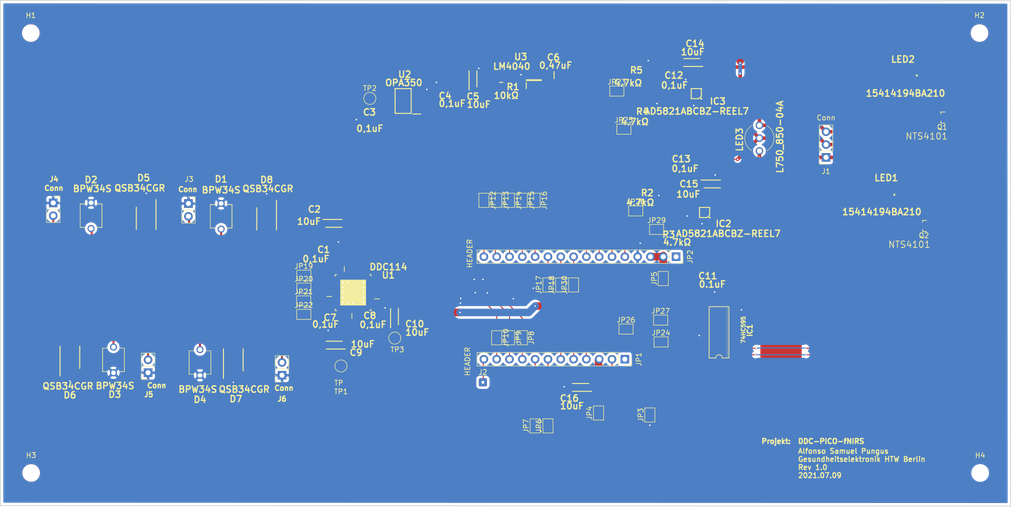
<source format=kicad_pcb>
(kicad_pcb (version 20171130) (host pcbnew "(5.1.10)-1")
  (layers (0 F.Cu signal) (31 GND.Cu signal) (34 B.Paste user) (35 F.Paste user) (36 B.SilkS user) (37 F.SilkS user) (38 B.Mask user) (39 F.Mask user) (44 Edge.Cuts user))
  (net 0 "")
  (net 1 "Net-(C1-Pad1)")
  (net 2 +5V)
  (net 3 /EN)
  (net 4 /GP29)
  (net 5 /GP20)
  (net 6 /GP01)
  (net 7 /GP00)
  (net 8 D4)
  (net 9 "Net-(R1-Pad2)")
  (net 10 "Net-(D1-Pad1)")
  (net 11 "Net-(D2-Pad1)")
  (net 12 "Net-(D3-Pad1)")
  (net 13 "Net-(D4-Pad1)")
  (net 14 /3.3V)
  (net 15 /GP06)
  (net 16 /GP13)
  (net 17 /GP12)
  (net 18 /GP11)
  (net 19 /GP02)
  (net 20 /GP03)
  (net 21 /GP07)
  (net 22 /GP08)
  (net 23 /GP09)
  (net 24 /GP10)
  (net 25 /GP19)
  (net 26 /GP18)
  (net 27 /GP25)
  (net 28 /GP24)
  (net 29 /GP28)
  (net 30 /GP27)
  (net 31 /GP26)
  (net 32 "Net-(JP19-Pad2)")
  (net 33 "Net-(JP20-Pad2)")
  (net 34 "Net-(JP21-Pad2)")
  (net 35 "Net-(JP22-Pad2)")
  (net 36 GND)
  (net 37 /BAT)
  (net 38 /RST)
  (net 39 "Net-(U1-Pad33)")
  (net 40 "Net-(U1-Pad34)")
  (net 41 "Net-(IC1-Pad15)")
  (net 42 "Net-(IC1-Pad9)")
  (net 43 "Net-(IC1-Pad7)")
  (net 44 "Net-(IC1-Pad6)")
  (net 45 "Net-(IC1-Pad5)")
  (net 46 "Net-(IC1-Pad4)")
  (net 47 "Net-(IC1-Pad3)")
  (net 48 "Net-(IC1-Pad2)")
  (net 49 "Net-(IC1-Pad1)")
  (net 50 +3V3)
  (net 51 /USB)
  (net 52 "Net-(C4-Pad2)")
  (net 53 "Net-(IC2-PadA2)")
  (net 54 "Net-(IC2-PadA1)")
  (net 55 "Net-(IC3-PadA2)")
  (net 56 "Net-(IC3-PadA1)")
  (net 57 "Net-(IC1-Pad14)")
  (net 58 "Net-(IC1-Pad12)")
  (net 59 "Net-(IC1-Pad11)")
  (net 60 "Net-(IC2-PadC3)")
  (net 61 "Net-(IC2-PadB3)")
  (net 62 "Net-(IC3-PadC3)")
  (net 63 "Net-(IC3-PadB3)")
  (net 64 "Net-(J2-Pad1)")
  (net 65 10)
  (net 66 9)
  (net 67 6)
  (net 68 5)
  (net 69 SCL)
  (net 70 TX)
  (net 71 RX)
  (net 72 MI)
  (net 73 MO)
  (net 74 SCK)
  (net 75 25)
  (net 76 24)
  (module Jumper:SolderJumper-2_P1.3mm_Open_Pad1.0x1.5mm (layer F.Cu) (at 163.83 101.346 90)
    (fp_text reference JP18 (at 0 -1.8 90) (layer F.SilkS))
    (fp_text value JP)
    (pad 1 smd rect (at -0.65 0 90) (size 1 1.5) (layers F.Cu F.Mask) (net 75 25))
    (pad 2 smd rect (at 0.65 0 90) (size 1 1.5) (layers F.Cu F.Mask) (net 27 /GP25))
  )
  (module Jumper:SolderJumper-2_P1.3mm_Open_Pad1.0x1.5mm (layer F.Cu) (at 161.29 101.361 90)
    (fp_text reference JP17 (at 0 -1.8 90) (layer F.SilkS))
    (fp_text value JP)
    (pad 1 smd rect (at -0.65 0 90) (size 1 1.5) (layers F.Cu F.Mask) (net 74 SCK))
    (pad 2 smd rect (at 0.65 0 90) (size 1 1.5) (layers F.Cu F.Mask) (net 26 /GP18))
  )
  (module Jumper:SolderJumper-2_P1.3mm_Open_Pad1.0x1.5mm (layer F.Cu) (at 166.37 101.346 90)
    (fp_text reference JP30 (at 0 -1.8 90) (layer F.SilkS))
    (fp_text value JP)
    (pad 1 smd rect (at -0.65 0 90) (size 1 1.5) (layers F.Cu F.Mask) (net 76 24))
    (pad 2 smd rect (at 0.65 0 90) (size 1 1.5) (layers F.Cu F.Mask) (net 28 /GP24))
  )
  (module Jumper:SolderJumper-2_P1.3mm_Open_Pad1.0x1.5mm (layer F.Cu) (at 182.8315 90.3605)
    (fp_text reference JP29 (at 0 -1.8) (layer F.SilkS))
    (fp_text value JP)
    (pad 1 smd rect (at -0.65 0) (size 1 1.5) (layers F.Cu F.Mask) (net 31 /GP26))
    (pad 2 smd rect (at 0.65 0) (size 1 1.5) (layers F.Cu F.Mask) (net 61 "Net-(IC2-PadB3)"))
  )
  (module Jumper:SolderJumper-2_P1.3mm_Open_Pad1.0x1.5mm (layer F.Cu) (at 178.689 86.6775)
    (fp_text reference JP28 (at 0 -1.8) (layer F.SilkS))
    (fp_text value JP)
    (pad 1 smd rect (at -0.65 0) (size 1 1.5) (layers F.Cu F.Mask) (net 30 /GP27))
    (pad 2 smd rect (at 0.65 0) (size 1 1.5) (layers F.Cu F.Mask) (net 60 "Net-(IC2-PadC3)"))
  )
  (module Jumper:SolderJumper-2_P1.3mm_Open_Pad1.0x1.5mm (layer F.Cu) (at 183.627 108.331)
    (fp_text reference JP27 (at 0 -1.8) (layer F.SilkS))
    (fp_text value JP)
    (pad 1 smd rect (at -0.65 0) (size 1 1.5) (layers F.Cu F.Mask) (net 18 /GP11))
    (pad 2 smd rect (at 0.65 0) (size 1 1.5) (layers F.Cu F.Mask) (net 59 "Net-(IC1-Pad11)"))
  )
  (module Jumper:SolderJumper-2_P1.3mm_Open_Pad1.0x1.5mm (layer F.Cu) (at 176.769 110.109)
    (fp_text reference JP26 (at 0 -1.8) (layer F.SilkS))
    (fp_text value JP)
    (pad 1 smd rect (at -0.65 0) (size 1 1.5) (layers F.Cu F.Mask) (net 17 /GP12))
    (pad 2 smd rect (at 0.65 0) (size 1 1.5) (layers F.Cu F.Mask) (net 58 "Net-(IC1-Pad12)"))
  )
  (module Jumper:SolderJumper-2_P1.3mm_Open_Pad1.0x1.5mm (layer F.Cu) (at 176.3395 70.485)
    (fp_text reference JP25 (at 0 -1.8) (layer F.SilkS))
    (fp_text value JP)
    (pad 1 smd rect (at -0.65 0) (size 1 1.5) (layers F.Cu F.Mask) (net 29 /GP28))
    (pad 2 smd rect (at 0.65 0) (size 1 1.5) (layers F.Cu F.Mask) (net 63 "Net-(IC3-PadB3)"))
  )
  (module Jumper:SolderJumper-2_P1.3mm_Open_Pad1.0x1.5mm (layer F.Cu) (at 183.7055 112.649)
    (fp_text reference JP24 (at 0 -1.8) (layer F.SilkS))
    (fp_text value JP)
    (pad 1 smd rect (at -0.65 0) (size 1 1.5) (layers F.Cu F.Mask) (net 16 /GP13))
    (pad 2 smd rect (at 0.65 0) (size 1 1.5) (layers F.Cu F.Mask) (net 57 "Net-(IC1-Pad14)"))
  )
  (module Jumper:SolderJumper-2_P1.3mm_Open_Pad1.0x1.5mm (layer F.Cu) (at 174.9425 62.9285)
    (fp_text reference JP23 (at 0 -1.8) (layer F.SilkS))
    (fp_text value JP)
    (pad 1 smd rect (at -0.65 0) (size 1 1.5) (layers F.Cu F.Mask) (net 4 /GP29))
    (pad 2 smd rect (at 0.65 0) (size 1 1.5) (layers F.Cu F.Mask) (net 62 "Net-(IC3-PadC3)"))
  )
  (module Jumper:SolderJumper-2_P1.3mm_Open_Pad1.0x1.5mm (layer F.Cu) (at 112.903 107.188)
    (fp_text reference JP22 (at 0 -1.8) (layer F.SilkS))
    (fp_text value JP)
    (pad 1 smd rect (at -0.65 0) (size 1 1.5) (layers F.Cu F.Mask) (net 13 "Net-(D4-Pad1)"))
    (pad 2 smd rect (at 0.65 0) (size 1 1.5) (layers F.Cu F.Mask) (net 35 "Net-(JP22-Pad2)"))
  )
  (module Jumper:SolderJumper-2_P1.3mm_Open_Pad1.0x1.5mm (layer F.Cu) (at 112.888 104.521)
    (fp_text reference JP21 (at 0 -1.8) (layer F.SilkS))
    (fp_text value JP)
    (pad 1 smd rect (at -0.65 0) (size 1 1.5) (layers F.Cu F.Mask) (net 12 "Net-(D3-Pad1)"))
    (pad 2 smd rect (at 0.65 0) (size 1 1.5) (layers F.Cu F.Mask) (net 34 "Net-(JP21-Pad2)"))
  )
  (module Jumper:SolderJumper-2_P1.3mm_Open_Pad1.0x1.5mm (layer F.Cu) (at 112.918 101.981)
    (fp_text reference JP20 (at 0 -1.8) (layer F.SilkS))
    (fp_text value JP)
    (pad 1 smd rect (at -0.65 0) (size 1 1.5) (layers F.Cu F.Mask) (net 11 "Net-(D2-Pad1)"))
    (pad 2 smd rect (at 0.65 0) (size 1 1.5) (layers F.Cu F.Mask) (net 33 "Net-(JP20-Pad2)"))
  )
  (module Jumper:SolderJumper-2_P1.3mm_Open_Pad1.0x1.5mm (layer F.Cu) (at 112.903 99.441)
    (fp_text reference JP19 (at 0 -1.8) (layer F.SilkS))
    (fp_text value JP)
    (pad 1 smd rect (at -0.65 0) (size 1 1.5) (layers F.Cu F.Mask) (net 10 "Net-(D1-Pad1)"))
    (pad 2 smd rect (at 0.65 0) (size 1 1.5) (layers F.Cu F.Mask) (net 32 "Net-(JP19-Pad2)"))
  )
  (module Jumper:SolderJumper-2_P1.3mm_Open_Pad1.0x1.5mm (layer F.Cu) (at 158.75 84.582 270)
    (fp_text reference JP16 (at 0 -1.8 90) (layer F.SilkS))
    (fp_text value JP)
    (pad 1 smd rect (at -0.65 0 270) (size 1 1.5) (layers F.Cu F.Mask) (net 73 MO))
    (pad 2 smd rect (at 0.65 0 270) (size 1 1.5) (layers F.Cu F.Mask) (net 25 /GP19))
  )
  (module Jumper:SolderJumper-2_P1.3mm_Open_Pad1.0x1.5mm (layer F.Cu) (at 156.21 84.582 270)
    (fp_text reference JP15 (at 0 -1.8 90) (layer F.SilkS))
    (fp_text value JP)
    (pad 1 smd rect (at -0.65 0 270) (size 1 1.5) (layers F.Cu F.Mask) (net 72 MI))
    (pad 2 smd rect (at 0.65 0 270) (size 1 1.5) (layers F.Cu F.Mask) (net 5 /GP20))
  )
  (module Jumper:SolderJumper-2_P1.3mm_Open_Pad1.0x1.5mm (layer F.Cu) (at 153.67 84.582 270)
    (fp_text reference JP14 (at 0 -1.8 90) (layer F.SilkS))
    (fp_text value JP)
    (pad 1 smd rect (at -0.65 0 270) (size 1 1.5) (layers F.Cu F.Mask) (net 71 RX))
    (pad 2 smd rect (at 0.65 0 270) (size 1 1.5) (layers F.Cu F.Mask) (net 6 /GP01))
  )
  (module Jumper:SolderJumper-2_P1.3mm_Open_Pad1.0x1.5mm (layer F.Cu) (at 151.13 84.582 270)
    (fp_text reference JP13 (at 0 -1.8 90) (layer F.SilkS))
    (fp_text value JP)
    (pad 1 smd rect (at -0.65 0 270) (size 1 1.5) (layers F.Cu F.Mask) (net 70 TX))
    (pad 2 smd rect (at 0.65 0 270) (size 1 1.5) (layers F.Cu F.Mask) (net 7 /GP00))
  )
  (module Jumper:SolderJumper-2_P1.3mm_Open_Pad1.0x1.5mm (layer F.Cu) (at 148.59 84.582 270)
    (fp_text reference JP12 (at 0 -1.8 90) (layer F.SilkS))
    (fp_text value JP)
    (pad 1 smd rect (at -0.65 0 270) (size 1 1.5) (layers F.Cu F.Mask) (net 8 D4))
    (pad 2 smd rect (at 0.65 0 270) (size 1 1.5) (layers F.Cu F.Mask) (net 15 /GP06))
  )
  (module Jumper:SolderJumper-2_P1.3mm_Open_Pad1.0x1.5mm (layer F.Cu) (at 151.13 111.8235 270)
    (fp_text reference JP10 (at 0 -1.8 90) (layer F.SilkS))
    (fp_text value JP)
    (pad 1 smd rect (at -0.65 0 270) (size 1 1.5) (layers F.Cu F.Mask) (net 69 SCL))
    (pad 2 smd rect (at 0.65 0 270) (size 1 1.5) (layers F.Cu F.Mask) (net 20 /GP03))
  )
  (module Jumper:SolderJumper-2_P1.3mm_Open_Pad1.0x1.5mm (layer F.Cu) (at 153.67 111.8235 270)
    (fp_text reference JP9 (at 0 -1.8 90) (layer F.SilkS))
    (fp_text value JP)
    (pad 1 smd rect (at -0.65 0 270) (size 1 1.5) (layers F.Cu F.Mask) (net 68 5))
    (pad 2 smd rect (at 0.65 0 270) (size 1 1.5) (layers F.Cu F.Mask) (net 21 /GP07))
  )
  (module Jumper:SolderJumper-2_P1.3mm_Open_Pad1.0x1.5mm (layer F.Cu) (at 156.21 111.8235 270)
    (fp_text reference JP8 (at 0 -1.8 90) (layer F.SilkS))
    (fp_text value JP)
    (pad 1 smd rect (at -0.65 0 270) (size 1 1.5) (layers F.Cu F.Mask) (net 67 6))
    (pad 2 smd rect (at 0.65 0 270) (size 1 1.5) (layers F.Cu F.Mask) (net 22 /GP08))
  )
  (module Jumper:SolderJumper-2_P1.3mm_Open_Pad1.0x1.5mm (layer F.Cu) (at 158.75 129.286 90)
    (fp_text reference JP7 (at 0 -1.8 90) (layer F.SilkS))
    (fp_text value JP)
    (pad 1 smd rect (at -0.65 0 90) (size 1 1.5) (layers F.Cu F.Mask) (net 66 9))
    (pad 2 smd rect (at 0.65 0 90) (size 1 1.5) (layers F.Cu F.Mask) (net 23 /GP09))
  )
  (module Jumper:SolderJumper-2_P1.3mm_Open_Pad1.0x1.5mm (layer F.Cu) (at 161.29 129.286 90)
    (fp_text reference JP6 (at 0 -1.8 90) (layer F.SilkS))
    (fp_text value JP)
    (pad 1 smd rect (at -0.65 0 90) (size 1 1.5) (layers F.Cu F.Mask) (net 65 10))
    (pad 2 smd rect (at 0.65 0 90) (size 1 1.5) (layers F.Cu F.Mask) (net 24 /GP10))
  )
  (module Jumper:SolderJumper-2_P1.3mm_Open_Pad1.0x1.5mm (layer F.Cu) (at 184.15 100.091 90)
    (fp_text reference JP5 (at 0 -1.8 90) (layer F.SilkS))
    (fp_text value JP)
    (pad 1 smd rect (at -0.65 0 90) (size 1 1.5) (layers F.Cu F.Mask) (net 50 +3V3))
    (pad 2 smd rect (at 0.65 0 90) (size 1 1.5) (layers F.Cu F.Mask) (net 14 /3.3V))
  )
  (module Jumper:SolderJumper-2_P1.3mm_Open_Pad1.0x1.5mm (layer F.Cu) (at 171.323 126.746 90)
    (fp_text reference JP4 (at 0 -1.8 90) (layer F.SilkS))
    (fp_text value JP)
    (pad 1 smd rect (at -0.65 0 90) (size 1 1.5) (layers F.Cu F.Mask) (net 2 +5V))
    (pad 2 smd rect (at 0.65 0 90) (size 1 1.5) (layers F.Cu F.Mask) (net 51 /USB))
  )
  (module Jumper:SolderJumper-2_P1.3mm_Open_Pad1.0x1.5mm (layer F.Cu) (at 181.483 127.127 90)
    (fp_text reference JP3 (at 0 -1.8 90) (layer F.SilkS))
    (fp_text value JP)
    (pad 1 smd rect (at -0.65 0 90) (size 1 1.5) (layers F.Cu F.Mask) (net 36 GND))
    (pad 2 smd rect (at 0.65 0 90) (size 1 1.5) (layers F.Cu F.Mask) (net 3 /EN))
  )
  (module Connector_Wire:SolderWire-0.1sqmm_1x01_D0.4mm_OD1mm (layer F.Cu) (at 148.3995 120.65)
    (fp_text reference J2 (at 0 -2) (layer F.SilkS))
    (fp_text value Conn_01x01)
    (pad 1 thru_hole roundrect (at 0 0) (size 1.6 1.6) (drill 0.6) (layers *.Cu *.Mask) (roundrect_rratio 0.15625) (net 64 "Net-(J2-Pad1)"))
  )
  (module TPSA106K010R0900:TPSA106K010R0900 (layer F.Cu) (at 189.785 57.277 180)
    (fp_text reference C14 (at -0.6515 3.7465 180) (layer F.SilkS) (effects (font (size 1.27 1.27) (thickness 0.254))))
    (fp_text value 10uF (at -0.207 2.0955) (layer F.SilkS) (effects (font (size 1.27 1.27) (thickness 0.254))))
    (pad 2 smd rect (at 1.35 0 270) (size 1.3 1.7) (layers F.Cu F.Paste F.Mask) (net 36 GND))
    (pad 1 smd rect (at -1.35 0 270) (size 1.3 1.7) (layers F.Cu F.Paste F.Mask) (net 50 +3V3))
  )
  (module CRCW06034K70FKEB:CRCW06034K70FKEB (layer F.Cu) (at 181.1655 59.2455 270)
    (fp_text reference R5 (at -0.4445 2.3495 180) (layer F.SilkS) (effects (font (size 1.27 1.27) (thickness 0.254))))
    (fp_text value 4.7kΩ (at 2.0955 4.0005 180) (layer F.SilkS) (effects (font (size 1.27 1.27) (thickness 0.254))))
    (pad 2 smd rect (at 0.75 0 270) (size 0.85 1) (layers F.Cu F.Paste F.Mask) (net 62 "Net-(IC3-PadC3)"))
    (pad 1 smd rect (at -0.75 0 270) (size 0.85 1) (layers F.Cu F.Paste F.Mask) (net 36 GND))
  )
  (module CRCW06034K70FKEB:CRCW06034K70FKEB (layer F.Cu) (at 182.88 67.31 270)
    (fp_text reference R4 (at -0.3175 2.8575 180) (layer F.SilkS) (effects (font (size 1.27 1.27) (thickness 0.254))))
    (fp_text value 4.7kΩ (at 1.7145 4.3815 180) (layer F.SilkS) (effects (font (size 1.27 1.27) (thickness 0.254))))
    (pad 2 smd rect (at 0.75 0 270) (size 0.85 1) (layers F.Cu F.Paste F.Mask) (net 63 "Net-(IC3-PadB3)"))
    (pad 1 smd rect (at -0.75 0 270) (size 0.85 1) (layers F.Cu F.Paste F.Mask) (net 36 GND))
  )
  (module CRCW06034K70FKEB:CRCW06034K70FKEB (layer F.Cu) (at 188.849 89.5985 270)
    (fp_text reference R3 (at 1.778 3.6195 180) (layer F.SilkS) (effects (font (size 1.27 1.27) (thickness 0.254))))
    (fp_text value 4.7kΩ (at 3.302 1.9685 180) (layer F.SilkS) (effects (font (size 1.27 1.27) (thickness 0.254))))
    (pad 2 smd rect (at 0.75 0 270) (size 0.85 1) (layers F.Cu F.Paste F.Mask) (net 61 "Net-(IC2-PadB3)"))
    (pad 1 smd rect (at -0.75 0 270) (size 0.85 1) (layers F.Cu F.Paste F.Mask) (net 36 GND))
  )
  (module CRCW06034K70FKEB:CRCW06034K70FKEB (layer F.Cu) (at 183.261 85.6735 270)
    (fp_text reference R2 (at -2.552 2.286 180) (layer F.SilkS) (effects (font (size 1.27 1.27) (thickness 0.254))))
    (fp_text value 4.7kΩ (at -0.647 3.683 180) (layer F.SilkS) (effects (font (size 1.27 1.27) (thickness 0.254))))
    (pad 2 smd rect (at 0.75 0 270) (size 0.85 1) (layers F.Cu F.Paste F.Mask) (net 60 "Net-(IC2-PadC3)"))
    (pad 1 smd rect (at -0.75 0 270) (size 0.85 1) (layers F.Cu F.Paste F.Mask) (net 36 GND))
  )
  (module ERJ-3EKF1002V:ERJ-3EKF1002V (layer F.Cu) (at 152.019 61.214 90)
    (fp_text reference R1 (at -0.889 2.3495 180) (layer F.SilkS) (effects (font (size 1.27 1.27) (thickness 0.254))))
    (fp_text value 10kΩ (at -2.6035 1.016 180) (layer F.SilkS) (effects (font (size 1.27 1.27) (thickness 0.254))))
    (pad 2 smd rect (at 0.8 0 90) (size 0.9 1) (layers F.Cu F.Paste F.Mask) (net 9 "Net-(R1-Pad2)"))
    (pad 1 smd rect (at -0.8 0 90) (size 0.9 1) (layers F.Cu F.Paste F.Mask) (net 52 "Net-(C4-Pad2)"))
  )
  (module AD5821ABCBZ-REEL7:AD5821ABCBZ-REEL7 (layer F.Cu) (at 190.6905 63.4365 180)
    (fp_text reference IC3 (at -4.2545 -1.524) (layer F.SilkS) (effects (font (size 1.27 1.27) (thickness 0.254))))
    (fp_text value AD5821ABCBZ-REEL7 (at -0.0635 -3.4925) (layer F.SilkS) (effects (font (size 1.27 1.27) (thickness 0.254))))
    (pad C3 smd circle (at 0.5 0.5 270) (size 0.306 0.306) (layers F.Cu F.Paste F.Mask) (net 62 "Net-(IC3-PadC3)"))
    (pad C2 smd circle (at 0 0.5 270) (size 0.306 0.306) (layers F.Cu F.Paste F.Mask) (net 50 +3V3))
    (pad C1 smd circle (at -0.5 0.5 270) (size 0.306 0.306) (layers F.Cu F.Paste F.Mask) (net 36 GND))
    (pad B3 smd circle (at 0.5 0 270) (size 0.306 0.306) (layers F.Cu F.Paste F.Mask) (net 63 "Net-(IC3-PadB3)"))
    (pad B2 smd circle (at 0 0 270) (size 0.306 0.306) (layers F.Cu F.Paste F.Mask) (net 36 GND))
    (pad B1 smd circle (at -0.5 0 270) (size 0.306 0.306) (layers F.Cu F.Paste F.Mask) (net 36 GND))
    (pad A3 smd circle (at 0.5 -0.5 270) (size 0.306 0.306) (layers F.Cu F.Paste F.Mask) (net 36 GND))
    (pad A2 smd circle (at 0 -0.5 270) (size 0.306 0.306) (layers F.Cu F.Paste F.Mask) (net 55 "Net-(IC3-PadA2)"))
    (pad A1 smd circle (at -0.5 -0.5 270) (size 0.306 0.306) (layers F.Cu F.Paste F.Mask) (net 56 "Net-(IC3-PadA1)"))
  )
  (module AD5821ABCBZ-REEL7:AD5821ABCBZ-REEL7 (layer F.Cu) (at 192.3415 86.995 180)
    (fp_text reference IC2 (at -3.7465 -2.2225) (layer F.SilkS) (effects (font (size 1.27 1.27) (thickness 0.254))))
    (fp_text value AD5821ABCBZ-REEL7 (at -4.699 -4.191) (layer F.SilkS) (effects (font (size 1.27 1.27) (thickness 0.254))))
    (pad C3 smd circle (at 0.5 0.5 270) (size 0.306 0.306) (layers F.Cu F.Paste F.Mask) (net 60 "Net-(IC2-PadC3)"))
    (pad C2 smd circle (at 0 0.5 270) (size 0.306 0.306) (layers F.Cu F.Paste F.Mask) (net 50 +3V3))
    (pad C1 smd circle (at -0.5 0.5 270) (size 0.306 0.306) (layers F.Cu F.Paste F.Mask) (net 36 GND))
    (pad B3 smd circle (at 0.5 0 270) (size 0.306 0.306) (layers F.Cu F.Paste F.Mask) (net 61 "Net-(IC2-PadB3)"))
    (pad B2 smd circle (at 0 0 270) (size 0.306 0.306) (layers F.Cu F.Paste F.Mask) (net 36 GND))
    (pad B1 smd circle (at -0.5 0 270) (size 0.306 0.306) (layers F.Cu F.Paste F.Mask) (net 36 GND))
    (pad A3 smd circle (at 0.5 -0.5 270) (size 0.306 0.306) (layers F.Cu F.Paste F.Mask) (net 36 GND))
    (pad A2 smd circle (at 0 -0.5 270) (size 0.306 0.306) (layers F.Cu F.Paste F.Mask) (net 53 "Net-(IC2-PadA2)"))
    (pad A1 smd circle (at -0.5 -0.5 270) (size 0.306 0.306) (layers F.Cu F.Paste F.Mask) (net 54 "Net-(IC2-PadA1)"))
  )
  (module TPSA106K010R0900:TPSA106K010R0900 (layer F.Cu) (at 167.767 121.666 180)
    (fp_text reference C16 (at 2.2225 -2.159) (layer F.SilkS) (effects (font (size 1.27 1.27) (thickness 0.254))))
    (fp_text value 10uF (at 1.7145 -3.683) (layer F.SilkS) (effects (font (size 1.27 1.27) (thickness 0.254))))
    (pad 2 smd rect (at 1.35 0 270) (size 1.3 1.7) (layers F.Cu F.Paste F.Mask) (net 36 GND))
    (pad 1 smd rect (at -1.35 0 270) (size 1.3 1.7) (layers F.Cu F.Paste F.Mask) (net 51 /USB))
  )
  (module TPSA106K010R0900:TPSA106K010R0900 (layer F.Cu) (at 193.8655 81.3435)
    (fp_text reference C15 (at -4.6355 0) (layer F.SilkS) (effects (font (size 1.27 1.27) (thickness 0.254))))
    (fp_text value 10uF (at -4.7625 2.032) (layer F.SilkS) (effects (font (size 1.27 1.27) (thickness 0.254))))
    (pad 2 smd rect (at 1.35 0 90) (size 1.3 1.7) (layers F.Cu F.Paste F.Mask) (net 36 GND))
    (pad 1 smd rect (at -1.35 0 90) (size 1.3 1.7) (layers F.Cu F.Paste F.Mask) (net 50 +3V3))
  )
  (module TPSA106K010R0900:TPSA106K010R0900 (layer F.Cu) (at 130.8735 107.6325 90)
    (fp_text reference C10 (at -1.4605 4.0005 180) (layer F.SilkS) (effects (font (size 1.27 1.27) (thickness 0.254))))
    (fp_text value 10uF (at -3.1115 4.5085 180) (layer F.SilkS) (effects (font (size 1.27 1.27) (thickness 0.254))))
    (pad 2 smd rect (at 1.35 0 180) (size 1.3 1.7) (layers F.Cu F.Paste F.Mask) (net 36 GND))
    (pad 1 smd rect (at -1.35 0 180) (size 1.3 1.7) (layers F.Cu F.Paste F.Mask) (net 50 +3V3))
  )
  (module TPSA106K010R0900:TPSA106K010R0900 (layer F.Cu) (at 118.9355 113.284 180)
    (fp_text reference C9 (at -4.318 -1.4605) (layer F.SilkS) (effects (font (size 1.27 1.27) (thickness 0.254))))
    (fp_text value 10uF (at -5.6515 0.1905) (layer F.SilkS) (effects (font (size 1.27 1.27) (thickness 0.254))))
    (pad 2 smd rect (at 1.35 0 270) (size 1.3 1.7) (layers F.Cu F.Paste F.Mask) (net 36 GND))
    (pad 1 smd rect (at -1.35 0 270) (size 1.3 1.7) (layers F.Cu F.Paste F.Mask) (net 2 +5V))
  )
  (module C1206C474K5RAC:C1206C474K5RAC (layer F.Cu) (at 162.4965 59.7535 180)
    (fp_text reference C6 (at 0.127 3.4925) (layer F.SilkS) (effects (font (size 1.27 1.27) (thickness 0.254))))
    (fp_text value 0,47uF (at -0.3175 1.905) (layer F.SilkS) (effects (font (size 1.27 1.27) (thickness 0.254))))
    (pad 2 smd rect (at 1.4 0 180) (size 1.02 1.82) (layers F.Cu F.Paste F.Mask) (net 36 GND))
    (pad 1 smd rect (at -1.4 0 180) (size 1.02 1.82) (layers F.Cu F.Paste F.Mask) (net 2 +5V))
  )
  (module TPSA106K010R0900:TPSA106K010R0900 (layer F.Cu) (at 146.431 60.5155 90)
    (fp_text reference C5 (at -3.4925 0 180) (layer F.SilkS) (effects (font (size 1.27 1.27) (thickness 0.254))))
    (fp_text value 10uF (at -5.08 1.143 180) (layer F.SilkS) (effects (font (size 1.27 1.27) (thickness 0.254))))
    (pad 2 smd rect (at 1.35 0 180) (size 1.3 1.7) (layers F.Cu F.Paste F.Mask) (net 36 GND))
    (pad 1 smd rect (at -1.35 0 180) (size 1.3 1.7) (layers F.Cu F.Paste F.Mask) (net 52 "Net-(C4-Pad2)"))
  )
  (module TPSA106K010R0900:TPSA106K010R0900 (layer F.Cu) (at 118.872 89.154)
    (fp_text reference C2 (at -3.8735 -2.794) (layer F.SilkS) (effects (font (size 1.27 1.27) (thickness 0.254))))
    (fp_text value 10uF (at -4.953 -0.381) (layer F.SilkS) (effects (font (size 1.27 1.27) (thickness 0.254))))
    (pad 2 smd rect (at 1.35 0 90) (size 1.3 1.7) (layers F.Cu F.Paste F.Mask) (net 36 GND))
    (pad 1 smd rect (at -1.35 0 90) (size 1.3 1.7) (layers F.Cu F.Paste F.Mask) (net 1 "Net-(C1-Pad1)"))
  )
  (module CC0603KRX7R0BB104:CC0603KRX7R0BB104 (layer F.Cu) (at 193.2305 78.0415)
    (fp_text reference C13 (at -5.5245 -1.651) (layer F.SilkS) (effects (font (size 1.27 1.27) (thickness 0.254))))
    (fp_text value 0,1uF (at -4.7625 0.254) (layer F.SilkS) (effects (font (size 1.27 1.27) (thickness 0.254))))
    (pad 2 smd rect (at 0.66 0) (size 0.83 0.94) (layers F.Cu F.Paste F.Mask) (net 36 GND))
    (pad 1 smd rect (at -0.66 0) (size 0.83 0.94) (layers F.Cu F.Paste F.Mask) (net 50 +3V3))
  )
  (module CC0603KRX7R0BB104:CC0603KRX7R0BB104 (layer F.Cu) (at 190.6905 60.706)
    (fp_text reference C12 (at -4.445 -0.889) (layer F.SilkS) (effects (font (size 1.27 1.27) (thickness 0.254))))
    (fp_text value 0,1uF (at -4.318 1.0795 180) (layer F.SilkS) (effects (font (size 1.27 1.27) (thickness 0.254))))
    (pad 2 smd rect (at 0.66 0) (size 0.83 0.94) (layers F.Cu F.Paste F.Mask) (net 50 +3V3))
    (pad 1 smd rect (at -0.66 0) (size 0.83 0.94) (layers F.Cu F.Paste F.Mask) (net 36 GND))
  )
  (module CC0603KRX7R0BB104:CC0603KRX7R0BB104 (layer F.Cu) (at 192.786 102.743 180)
    (fp_text reference C11 (at -0.1905 3.175) (layer F.SilkS) (effects (font (size 1.27 1.27) (thickness 0.254))))
    (fp_text value 0.1uF (at -1.0795 1.524) (layer F.SilkS) (effects (font (size 1.27 1.27) (thickness 0.254))))
    (pad 2 smd rect (at 0.66 0 180) (size 0.83 0.94) (layers F.Cu F.Paste F.Mask) (net 50 +3V3))
    (pad 1 smd rect (at -0.66 0 180) (size 0.83 0.94) (layers F.Cu F.Paste F.Mask) (net 36 GND))
  )
  (module CC0603KRX7R0BB104:CC0603KRX7R0BB104 (layer F.Cu) (at 127.889 106.3625 90)
    (fp_text reference C8 (at -1.0795 -1.905 180) (layer F.SilkS) (effects (font (size 1.27 1.27) (thickness 0.254))))
    (fp_text value 0,1uF (at -2.8575 -1.27 180) (layer F.SilkS) (effects (font (size 1.27 1.27) (thickness 0.254))))
    (pad 2 smd rect (at 0.66 0 90) (size 0.83 0.94) (layers F.Cu F.Paste F.Mask) (net 36 GND))
    (pad 1 smd rect (at -0.66 0 90) (size 0.83 0.94) (layers F.Cu F.Paste F.Mask) (net 50 +3V3))
  )
  (module CC0603KRX7R0BB104:CC0603KRX7R0BB104 (layer F.Cu) (at 119.5705 110.2995)
    (fp_text reference C7 (at -1.4605 -2.4765) (layer F.SilkS) (effects (font (size 1.27 1.27) (thickness 0.254))))
    (fp_text value 0,1uF (at -2.3495 -1.143) (layer F.SilkS) (effects (font (size 1.27 1.27) (thickness 0.254))))
    (pad 2 smd rect (at 0.66 0) (size 0.83 0.94) (layers F.Cu F.Paste F.Mask) (net 2 +5V))
    (pad 1 smd rect (at -0.66 0) (size 0.83 0.94) (layers F.Cu F.Paste F.Mask) (net 36 GND))
  )
  (module CC0603KRX7R0BB104:CC0603KRX7R0BB104 (layer F.Cu) (at 140.7795 61.7855 270)
    (fp_text reference C4 (at 2.0955 -0.127 180) (layer F.SilkS) (effects (font (size 1.27 1.27) (thickness 0.254))))
    (fp_text value 0,1uF (at 3.6195 -1.524 180) (layer F.SilkS) (effects (font (size 1.27 1.27) (thickness 0.254))))
    (pad 2 smd rect (at 0.66 0 270) (size 0.83 0.94) (layers F.Cu F.Paste F.Mask) (net 52 "Net-(C4-Pad2)"))
    (pad 1 smd rect (at -0.66 0 270) (size 0.83 0.94) (layers F.Cu F.Paste F.Mask) (net 36 GND))
  )
  (module CC0603KRX7R0BB104:CC0603KRX7R0BB104 (layer F.Cu) (at 125.8955 68.6435)
    (fp_text reference C3 (at 0.025 -1.524) (layer F.SilkS) (effects (font (size 1.27 1.27) (thickness 0.254))))
    (fp_text value 0,1uF (at 0.0885 1.7145) (layer F.SilkS) (effects (font (size 1.27 1.27) (thickness 0.254))))
    (pad 2 smd rect (at 0.66 0) (size 0.83 0.94) (layers F.Cu F.Paste F.Mask) (net 2 +5V))
    (pad 1 smd rect (at -0.66 0) (size 0.83 0.94) (layers F.Cu F.Paste F.Mask) (net 36 GND))
  )
  (module CC0603KRX7R0BB104:CC0603KRX7R0BB104 (layer F.Cu) (at 119.1895 96.139)
    (fp_text reference C1 (at -2.3495 -1.778) (layer F.SilkS) (effects (font (size 1.27 1.27) (thickness 0.254))))
    (fp_text value 0,1uF (at -3.8735 0.0635) (layer F.SilkS) (effects (font (size 1.27 1.27) (thickness 0.254))))
    (pad 2 smd rect (at 0.66 0) (size 0.83 0.94) (layers F.Cu F.Paste F.Mask) (net 36 GND))
    (pad 1 smd rect (at -0.66 0) (size 0.83 0.94) (layers F.Cu F.Paste F.Mask) (net 1 "Net-(C1-Pad1)"))
  )
  (module Connector_PinSocket_2.54mm:PinSocket_1x12_P2.54mm_Vertical (layer F.Cu) (at 176.53 116.078 270)
    (fp_text reference JP1 (at 0 -2.77 90) (layer F.SilkS))
    (fp_text value HEADER (at 0.4445 31.1785 90) (layer F.SilkS))
    (pad 1 thru_hole rect (at 0 0 270) (size 1.7 1.7) (drill 1) (layers *.Cu *.Mask) (net 37 /BAT))
    (pad 2 thru_hole oval (at 0 2.54 270) (size 1.7 1.7) (drill 1) (layers *.Cu *.Mask) (net 3 /EN))
    (pad 3 thru_hole oval (at 0 5.08 270) (size 1.7 1.7) (drill 1) (layers *.Cu *.Mask) (net 51 /USB))
    (pad 4 thru_hole oval (at 0 7.62 270) (size 1.7 1.7) (drill 1) (layers *.Cu *.Mask) (net 16 /GP13))
    (pad 5 thru_hole oval (at 0 10.16 270) (size 1.7 1.7) (drill 1) (layers *.Cu *.Mask) (net 17 /GP12))
    (pad 6 thru_hole oval (at 0 12.7 270) (size 1.7 1.7) (drill 1) (layers *.Cu *.Mask) (net 18 /GP11))
    (pad 7 thru_hole oval (at 0 15.24 270) (size 1.7 1.7) (drill 1) (layers *.Cu *.Mask) (net 24 /GP10))
    (pad 8 thru_hole oval (at 0 17.78 270) (size 1.7 1.7) (drill 1) (layers *.Cu *.Mask) (net 23 /GP09))
    (pad 9 thru_hole oval (at 0 20.32 270) (size 1.7 1.7) (drill 1) (layers *.Cu *.Mask) (net 22 /GP08))
    (pad 10 thru_hole oval (at 0 22.86 270) (size 1.7 1.7) (drill 1) (layers *.Cu *.Mask) (net 21 /GP07))
    (pad 11 thru_hole oval (at 0 25.4 270) (size 1.7 1.7) (drill 1) (layers *.Cu *.Mask) (net 20 /GP03))
    (pad 12 thru_hole oval (at 0 27.94 270) (size 1.7 1.7) (drill 1) (layers *.Cu *.Mask) (net 19 /GP02))
  )
  (module eec:On_Semiconductor-419-04-11_2008-N-MFG (layer F.Cu) (at 239.842 68.184002 180)
    (fp_text reference Q1 (at -0.675 -1.899999) (layer F.SilkS) (effects (justify right)))
    (fp_text value NTS4101 (at 3.495 -3.697998) (layer F.SilkS) (effects (font (size 1.27 1.27))))
    (pad 3 smd rect (at 0.95 0.000002 180) (size 0.9 0.7) (layers F.Cu F.Paste F.Mask) (net 56 "Net-(IC3-PadA1)"))
    (pad 2 smd rect (at -0.95 0.65 180) (size 0.9 0.7) (layers F.Cu F.Paste F.Mask) (net 50 +3V3))
    (pad 1 smd rect (at -0.95 -0.649998 180) (size 0.9 0.7) (layers F.Cu F.Paste F.Mask) (net 49 "Net-(IC1-Pad1)"))
  )
  (module 74HC595:74HC5955 (layer F.Cu) (at 195.199 110.744 90)
    (fp_text reference IC1 (at 0.381 6.096 270) (layer F.SilkS) (effects (font (size 1.001969 1.001969) (thickness 0.25))))
    (fp_text value 74HC595 (at 0.508 4.826 270) (layer F.SilkS) (effects (font (size 0.787402 0.787402) (thickness 0.196851))))
    (pad 16 smd rect (at -4.445 -2.8 90) (size 0.6 1.2) (layers F.Cu F.Paste F.Mask) (net 50 +3V3))
    (pad 15 smd rect (at -3.175 -2.8 90) (size 0.6 1.2) (layers F.Cu F.Paste F.Mask) (net 41 "Net-(IC1-Pad15)"))
    (pad 14 smd rect (at -1.905 -2.8 90) (size 0.6 1.2) (layers F.Cu F.Paste F.Mask) (net 57 "Net-(IC1-Pad14)"))
    (pad 13 smd rect (at -0.635 -2.8 90) (size 0.6 1.2) (layers F.Cu F.Paste F.Mask) (net 36 GND))
    (pad 12 smd rect (at 0.635 -2.8 90) (size 0.6 1.2) (layers F.Cu F.Paste F.Mask) (net 58 "Net-(IC1-Pad12)"))
    (pad 11 smd rect (at 1.905 -2.8 90) (size 0.6 1.2) (layers F.Cu F.Paste F.Mask) (net 59 "Net-(IC1-Pad11)"))
    (pad 10 smd rect (at 3.175 -2.8 90) (size 0.6 1.2) (layers F.Cu F.Paste F.Mask) (net 50 +3V3))
    (pad 9 smd rect (at 4.445 -2.8 90) (size 0.6 1.2) (layers F.Cu F.Paste F.Mask) (net 42 "Net-(IC1-Pad9)"))
    (pad 8 smd rect (at 4.445 2.8 90) (size 0.6 1.2) (layers F.Cu F.Paste F.Mask) (net 36 GND))
    (pad 7 smd rect (at 3.175 2.8 90) (size 0.6 1.2) (layers F.Cu F.Paste F.Mask) (net 43 "Net-(IC1-Pad7)"))
    (pad 6 smd rect (at 1.905 2.8 90) (size 0.6 1.2) (layers F.Cu F.Paste F.Mask) (net 44 "Net-(IC1-Pad6)"))
    (pad 5 smd rect (at 0.635 2.8 90) (size 0.6 1.2) (layers F.Cu F.Paste F.Mask) (net 45 "Net-(IC1-Pad5)"))
    (pad 4 smd rect (at -0.635 2.8 90) (size 0.6 1.2) (layers F.Cu F.Paste F.Mask) (net 46 "Net-(IC1-Pad4)"))
    (pad 3 smd rect (at -1.905 2.8 90) (size 0.6 1.2) (layers F.Cu F.Paste F.Mask) (net 47 "Net-(IC1-Pad3)"))
    (pad 2 smd rect (at -3.175 2.8 90) (size 0.6 1.2) (layers F.Cu F.Paste F.Mask) (net 48 "Net-(IC1-Pad2)"))
    (pad 1 smd rect (at -4.445 2.8 90) (size 0.6 1.2) (layers F.Cu F.Paste F.Mask) (net 49 "Net-(IC1-Pad1)"))
  )
  (module DDC114:QFN50P700X700X90-49N (layer F.Cu) (at 122.682 102.87 270)
    (fp_text reference U1 (at -3.4544 -6.985 180) (layer F.SilkS) (effects (font (size 1.27 1.27) (thickness 0.254))))
    (fp_text value DDC114 (at -5.08 -6.985 180) (layer F.SilkS) (effects (font (size 1.27 1.27) (thickness 0.254))))
    (pad 1 smd rect (at -3.4544 -2.7432) (size 0.3048 0.8128) (layers F.Cu F.Paste F.Mask) (net 69 SCL))
    (pad 2 smd rect (at -3.4544 -2.2606) (size 0.3048 0.8128) (layers F.Cu F.Paste F.Mask) (net 36 GND))
    (pad 3 smd rect (at -3.4544 -1.7526) (size 0.3048 0.8128) (layers F.Cu F.Paste F.Mask) (net 68 5))
    (pad 4 smd rect (at -3.4544 -1.2446) (size 0.3048 0.8128) (layers F.Cu F.Paste F.Mask) (net 8 D4))
    (pad 5 smd rect (at -3.4544 -0.762) (size 0.3048 0.8128) (layers F.Cu F.Paste F.Mask) (net 70 TX))
    (pad 6 smd rect (at -3.4544 -0.254) (size 0.3048 0.8128) (layers F.Cu F.Paste F.Mask) (net 71 RX))
    (pad 7 smd rect (at -3.4544 0.254) (size 0.3048 0.8128) (layers F.Cu F.Paste F.Mask) (net 72 MI))
    (pad 8 smd rect (at -3.4544 0.762) (size 0.3048 0.8128) (layers F.Cu F.Paste F.Mask) (net 73 MO))
    (pad 9 smd rect (at -3.4544 1.2446) (size 0.3048 0.8128) (layers F.Cu F.Paste F.Mask) (net 36 GND))
    (pad 10 smd rect (at -3.4544 1.7526) (size 0.3048 0.8128) (layers F.Cu F.Paste F.Mask) (net 1 "Net-(C1-Pad1)"))
    (pad 11 smd rect (at -3.4544 2.2606) (size 0.3048 0.8128) (layers F.Cu F.Paste F.Mask) (net 36 GND))
    (pad 12 smd rect (at -3.4544 2.7432) (size 0.3048 0.8128) (layers F.Cu F.Paste F.Mask) (net 36 GND))
    (pad 13 smd rect (at -2.7432 3.4544 270) (size 0.3048 0.8128) (layers F.Cu F.Paste F.Mask) (net 36 GND))
    (pad 14 smd rect (at -2.2606 3.4544 270) (size 0.3048 0.8128) (layers F.Cu F.Paste F.Mask) (net 36 GND))
    (pad 15 smd rect (at -1.7526 3.4544 270) (size 0.3048 0.8128) (layers F.Cu F.Paste F.Mask) (net 32 "Net-(JP19-Pad2)"))
    (pad 16 smd rect (at -1.2446 3.4544 270) (size 0.3048 0.8128) (layers F.Cu F.Paste F.Mask) (net 36 GND))
    (pad 17 smd rect (at -0.762 3.4544 270) (size 0.3048 0.8128) (layers F.Cu F.Paste F.Mask) (net 33 "Net-(JP20-Pad2)"))
    (pad 18 smd rect (at -0.254 3.4544 270) (size 0.3048 0.8128) (layers F.Cu F.Paste F.Mask) (net 36 GND))
    (pad 19 smd rect (at 0.254 3.4544 270) (size 0.3048 0.8128) (layers F.Cu F.Paste F.Mask) (net 36 GND))
    (pad 20 smd rect (at 0.762 3.4544 270) (size 0.3048 0.8128) (layers F.Cu F.Paste F.Mask) (net 36 GND))
    (pad 21 smd rect (at 1.2446 3.4544 270) (size 0.3048 0.8128) (layers F.Cu F.Paste F.Mask) (net 34 "Net-(JP21-Pad2)"))
    (pad 22 smd rect (at 1.7526 3.4544 270) (size 0.3048 0.8128) (layers F.Cu F.Paste F.Mask) (net 36 GND))
    (pad 23 smd rect (at 2.2606 3.4544 270) (size 0.3048 0.8128) (layers F.Cu F.Paste F.Mask) (net 35 "Net-(JP22-Pad2)"))
    (pad 24 smd rect (at 2.7432 3.4544 270) (size 0.3048 0.8128) (layers F.Cu F.Paste F.Mask) (net 36 GND))
    (pad 25 smd rect (at 3.4544 2.7432) (size 0.3048 0.8128) (layers F.Cu F.Paste F.Mask) (net 36 GND))
    (pad 26 smd rect (at 3.4544 2.2606) (size 0.3048 0.8128) (layers F.Cu F.Paste F.Mask) (net 36 GND))
    (pad 27 smd rect (at 3.4544 1.7526) (size 0.3048 0.8128) (layers F.Cu F.Paste F.Mask) (net 2 +5V))
    (pad 28 smd rect (at 3.4544 1.2446) (size 0.3048 0.8128) (layers F.Cu F.Paste F.Mask) (net 36 GND))
    (pad 29 smd rect (at 3.4544 0.762) (size 0.3048 0.8128) (layers F.Cu F.Paste F.Mask) (net 36 GND))
    (pad 30 smd rect (at 3.4544 0.254) (size 0.3048 0.8128) (layers F.Cu F.Paste F.Mask) (net 36 GND))
    (pad 31 smd rect (at 3.4544 -0.254) (size 0.3048 0.8128) (layers F.Cu F.Paste F.Mask) (net 65 10))
    (pad 32 smd rect (at 3.4544 -0.762) (size 0.3048 0.8128) (layers F.Cu F.Paste F.Mask) (net 66 9))
    (pad 33 smd rect (at 3.4544 -1.2446) (size 0.3048 0.8128) (layers F.Cu F.Paste F.Mask) (net 39 "Net-(U1-Pad33)"))
    (pad 34 smd rect (at 3.4544 -1.7526) (size 0.3048 0.8128) (layers F.Cu F.Paste F.Mask) (net 40 "Net-(U1-Pad34)"))
    (pad 35 smd rect (at 3.4544 -2.2606) (size 0.3048 0.8128) (layers F.Cu F.Paste F.Mask) (net 36 GND))
    (pad 36 smd rect (at 3.4544 -2.7432) (size 0.3048 0.8128) (layers F.Cu F.Paste F.Mask) (net 36 GND))
    (pad 37 smd rect (at 2.7432 -3.4544 270) (size 0.3048 0.8128) (layers F.Cu F.Paste F.Mask) (net 50 +3V3))
    (pad 38 smd rect (at 2.2606 -3.4544 270) (size 0.3048 0.8128) (layers F.Cu F.Paste F.Mask) (net 36 GND))
    (pad 39 smd rect (at 1.7526 -3.4544 270) (size 0.3048 0.8128) (layers F.Cu F.Paste F.Mask) (net 36 GND))
    (pad 40 smd rect (at 1.2446 -3.4544 270) (size 0.3048 0.8128) (layers F.Cu F.Paste F.Mask) (net 74 SCK))
    (pad 41 smd rect (at 0.762 -3.4544 270) (size 0.3048 0.8128) (layers F.Cu F.Paste F.Mask) (net 36 GND))
    (pad 42 smd rect (at 0.254 -3.4544 270) (size 0.3048 0.8128) (layers F.Cu F.Paste F.Mask) (net 76 24))
    (pad 43 smd rect (at -0.254 -3.4544 270) (size 0.3048 0.8128) (layers F.Cu F.Paste F.Mask) (net 36 GND))
    (pad 44 smd rect (at -0.762 -3.4544 270) (size 0.3048 0.8128) (layers F.Cu F.Paste F.Mask) (net 67 6))
    (pad 45 smd rect (at -1.2446 -3.4544 270) (size 0.3048 0.8128) (layers F.Cu F.Paste F.Mask) (net 36 GND))
    (pad 46 smd rect (at -1.7526 -3.4544 270) (size 0.3048 0.8128) (layers F.Cu F.Paste F.Mask) (net 75 25))
    (pad 47 smd rect (at -2.2606 -3.4544 270) (size 0.3048 0.8128) (layers F.Cu F.Paste F.Mask) (net 36 GND))
    (pad 48 smd rect (at -2.7432 -3.4544 270) (size 0.3048 0.8128) (layers F.Cu F.Paste F.Mask) (net 36 GND))
    (pad 49 smd rect (at 0 0) (size 5.1054 5.1054) (layers F.Cu F.Paste F.SilkS F.Mask) (net 36 GND))
  )
  (module BPW32:BPW34S (layer F.Cu) (at 75.184 113.665)
    (fp_text reference D3 (at 0.254 9.398) (layer F.SilkS) (effects (font (size 1.27 1.27) (thickness 0.254))))
    (fp_text value BPW34S (at 0.3175 7.6835) (layer F.SilkS) (effects (font (size 1.27 1.27) (thickness 0.254))))
    (pad 1 thru_hole circle (at 0 0) (size 1.4 1.4) (drill 0.9) (layers *.Cu *.Mask) (net 12 "Net-(D3-Pad1)"))
    (pad 2 thru_hole circle (at 0 5.1) (size 1.4 1.4) (drill 0.9) (layers *.Cu *.Mask) (net 36 GND))
  )
  (module 15414194BA210:15414194BA210 (layer F.Cu) (at 226.949 83.566 180)
    (fp_text reference LED1 (at -1.397 3.429) (layer F.SilkS) (effects (font (size 1.27 1.27) (thickness 0.254))))
    (fp_text value 15414194BA210 (at -0.508 -3.302) (layer F.SilkS) (effects (font (size 1.27 1.27) (thickness 0.254))))
    (pad 2 smd rect (at 1.425 0 180) (size 1.6 2.4) (layers F.Cu F.Paste F.Mask) (net 54 "Net-(IC2-PadA1)"))
    (pad 1 smd rect (at -1.425 0 180) (size 1.6 2.4) (layers F.Cu F.Paste F.Mask) (net 50 +3V3))
  )
  (module eec:On_Semiconductor-419-04-11_2008-N-MFG (layer F.Cu) (at 236.22 89.662 180)
    (fp_text reference Q2 (at -0.675 -1.899999) (layer F.SilkS) (effects (justify right)))
    (fp_text value NTS4101 (at 3.302 -3.683) (layer F.SilkS) (effects (font (size 1.27 1.27))))
    (pad 3 smd rect (at 0.95 0.000002 180) (size 0.9 0.7) (layers F.Cu F.Paste F.Mask) (net 54 "Net-(IC2-PadA1)"))
    (pad 2 smd rect (at -0.95 0.65 180) (size 0.9 0.7) (layers F.Cu F.Paste F.Mask) (net 50 +3V3))
    (pad 1 smd rect (at -0.95 -0.649998 180) (size 0.9 0.7) (layers F.Cu F.Paste F.Mask) (net 48 "Net-(IC1-Pad2)"))
  )
  (module 15414194BA210:15414194BA210 (layer F.Cu) (at 231.394 59.944 180)
    (fp_text reference LED2 (at -0.254 3.302) (layer F.SilkS) (effects (font (size 1.27 1.27) (thickness 0.254))))
    (fp_text value 15414194BA210 (at -0.762 -3.429) (layer F.SilkS) (effects (font (size 1.27 1.27) (thickness 0.254))))
    (pad 2 smd rect (at 1.425 0 180) (size 1.6 2.4) (layers F.Cu F.Paste F.Mask) (net 56 "Net-(IC3-PadA1)"))
    (pad 1 smd rect (at -1.425 0 180) (size 1.6 2.4) (layers F.Cu F.Paste F.Mask) (net 50 +3V3))
  )
  (module Connector_PinSocket_2.54mm:PinSocket_1x03_P2.54mm_Vertical (layer F.Cu) (at 216.408 76.073 180)
    (fp_text reference J1 (at 0 -2.77) (layer F.SilkS))
    (fp_text value Conn (at 0 7.85) (layer F.SilkS))
    (pad 3 thru_hole oval (at 0 5.08 180) (size 1.7 1.7) (drill 1) (layers *.Cu *.Mask) (net 56 "Net-(IC3-PadA1)"))
    (pad 2 thru_hole oval (at 0 2.54 180) (size 1.7 1.7) (drill 1) (layers *.Cu *.Mask) (net 50 +3V3))
    (pad 1 thru_hole rect (at 0 0 180) (size 1.7 1.7) (drill 1) (layers *.Cu *.Mask) (net 54 "Net-(IC2-PadA1)"))
  )
  (module TestPoint:TestPoint_Pad_D2.0mm (layer F.Cu) (at 130.937 111.887)
    (fp_text reference TP3 (at 0.508 2.286) (layer F.SilkS))
    (fp_text value TP)
    (pad 1 smd circle (at 0 0) (size 2 2) (layers F.Cu F.Mask) (net 50 +3V3))
  )
  (module BPW32:BPW34S (layer F.Cu) (at 96.52 90.297 180)
    (fp_text reference D1 (at 0 9.906) (layer F.SilkS) (effects (font (size 1.27 1.27) (thickness 0.254))))
    (fp_text value BPW34S (at 0 7.747) (layer F.SilkS) (effects (font (size 1.27 1.27) (thickness 0.254))))
    (pad 2 thru_hole circle (at 0 5.1 180) (size 1.4 1.4) (drill 0.9) (layers *.Cu *.Mask) (net 36 GND))
    (pad 1 thru_hole circle (at 0 0 180) (size 1.4 1.4) (drill 0.9) (layers *.Cu *.Mask) (net 10 "Net-(D1-Pad1)"))
  )
  (module L750850-04A_1:L750850-04A_1 (layer F.Cu) (at 203.2 72.263 90)
    (fp_text reference LED3 (at -0.288 -3.937 90) (layer F.SilkS) (effects (font (size 1.27 1.27) (thickness 0.254))))
    (fp_text value L750_850-04A (at 0.254 4.064 90) (layer F.SilkS) (effects (font (size 1.27 1.27) (thickness 0.254))))
    (pad 3 thru_hole circle (at 2.54 0 90) (size 1.5 1.5) (drill 0.98) (layers *.Cu *.Mask) (net 56 "Net-(IC3-PadA1)"))
    (pad 2 thru_hole circle (at 0 0 90) (size 1.5 1.5) (drill 0.98) (layers *.Cu *.Mask) (net 50 +3V3))
    (pad 1 thru_hole circle (at -2.54 0 90) (size 1.5 1.5) (drill 0.98) (layers *.Cu *.Mask) (net 54 "Net-(IC2-PadA1)"))
  )
  (module QSB34CGR_PD_SMD:QSB34CGR_PD_SMD (layer F.Cu) (at 105.537 88.265 270)
    (fp_text reference D8 (at -7.747 0 180) (layer F.SilkS) (effects (font (size 1.27 1.27) (thickness 0.254))))
    (fp_text value QSB34CGR (at -5.969 -0.254 180) (layer F.SilkS) (effects (font (size 1.27 1.27) (thickness 0.254))))
    (pad 1 smd rect (at -3.05 0) (size 1.8 1.3) (layers F.Cu F.Paste F.Mask) (net 36 GND))
    (pad 2 smd rect (at 3.05 0) (size 1.8 1.3) (layers F.Cu F.Paste F.Mask) (net 10 "Net-(D1-Pad1)"))
  )
  (module QSB34CGR_PD_SMD:QSB34CGR_PD_SMD (layer F.Cu) (at 98.933 116.205 90)
    (fp_text reference D7 (at -7.747 0.508 180) (layer F.SilkS) (effects (font (size 1.27 1.27) (thickness 0.254))))
    (fp_text value QSB34CGR (at -5.842 2.159 180) (layer F.SilkS) (effects (font (size 1.27 1.27) (thickness 0.254))))
    (pad 2 smd rect (at 3.05 0 180) (size 1.8 1.3) (layers F.Cu F.Paste F.Mask) (net 13 "Net-(D4-Pad1)"))
    (pad 1 smd rect (at -3.05 0 180) (size 1.8 1.3) (layers F.Cu F.Paste F.Mask) (net 36 GND))
  )
  (module QSB34CGR_PD_SMD:QSB34CGR_PD_SMD (layer F.Cu) (at 66.548 115.697 90)
    (fp_text reference D6 (at -7.493 0 180) (layer F.SilkS) (effects (font (size 1.27 1.27) (thickness 0.254))))
    (fp_text value QSB34CGR (at -5.715 -0.381) (layer F.SilkS) (effects (font (size 1.27 1.27) (thickness 0.254))))
    (pad 2 smd rect (at 3.05 0 180) (size 1.8 1.3) (layers F.Cu F.Paste F.Mask) (net 12 "Net-(D3-Pad1)"))
    (pad 1 smd rect (at -3.05 0 180) (size 1.8 1.3) (layers F.Cu F.Paste F.Mask) (net 36 GND))
  )
  (module QSB34CGR_PD_SMD:QSB34CGR_PD_SMD (layer F.Cu) (at 81.661 88.138 270)
    (fp_text reference D5 (at -8.001 0.508 180) (layer F.SilkS) (effects (font (size 1.27 1.27) (thickness 0.254))))
    (fp_text value QSB34CGR (at -5.969 1.27) (layer F.SilkS) (effects (font (size 1.27 1.27) (thickness 0.254))))
    (pad 1 smd rect (at -3.05 0) (size 1.8 1.3) (layers F.Cu F.Paste F.Mask) (net 36 GND))
    (pad 2 smd rect (at 3.05 0) (size 1.8 1.3) (layers F.Cu F.Paste F.Mask) (net 11 "Net-(D2-Pad1)"))
  )
  (module Connector_PinSocket_2.54mm:PinSocket_1x02_P2.54mm_Vertical (layer F.Cu) (at 108.585 119.253 180)
    (fp_text reference J6 (at 0 -4.699) (layer F.SilkS) (effects (font (thickness 0.25))))
    (fp_text value Conn (at -0.381 -2.54 180) (layer F.SilkS) (effects (font (thickness 0.25))))
    (pad 2 thru_hole oval (at 0 2.54 180) (size 1.7 1.7) (drill 1) (layers *.Cu *.Mask) (net 13 "Net-(D4-Pad1)"))
    (pad 1 thru_hole rect (at 0 0 180) (size 1.7 1.7) (drill 1) (layers *.Cu *.Mask) (net 36 GND))
  )
  (module Connector_PinSocket_2.54mm:PinSocket_1x02_P2.54mm_Vertical (layer F.Cu) (at 82.042 118.745 180)
    (fp_text reference J5 (at -0.127 -4.318) (layer F.SilkS) (effects (font (thickness 0.25))))
    (fp_text value Conn (at -1.7145 -2.54 180) (layer F.SilkS) (effects (font (thickness 0.25))))
    (pad 2 thru_hole oval (at 0 2.54 180) (size 1.7 1.7) (drill 1) (layers *.Cu *.Mask) (net 12 "Net-(D3-Pad1)"))
    (pad 1 thru_hole rect (at 0 0 180) (size 1.7 1.7) (drill 1) (layers *.Cu *.Mask) (net 36 GND))
  )
  (module Connector_PinSocket_2.54mm:PinSocket_1x02_P2.54mm_Vertical (layer F.Cu) (at 63.246 85.09)
    (fp_text reference J4 (at 0.127 -4.699) (layer F.SilkS) (effects (font (thickness 0.25))))
    (fp_text value Conn (at 0.127 -2.921 180) (layer F.SilkS) (effects (font (thickness 0.25))))
    (pad 1 thru_hole rect (at 0 0) (size 1.7 1.7) (drill 1) (layers *.Cu *.Mask) (net 36 GND))
    (pad 2 thru_hole oval (at 0 2.54) (size 1.7 1.7) (drill 1) (layers *.Cu *.Mask) (net 11 "Net-(D2-Pad1)"))
  )
  (module Connector_PinSocket_2.54mm:PinSocket_1x02_P2.54mm_Vertical (layer F.Cu) (at 90.043 85.217)
    (fp_text reference J3 (at 0.127 -4.826) (layer F.SilkS))
    (fp_text value Conn (at -0.127 -2.794 180) (layer F.SilkS) (effects (font (thickness 0.25))))
    (pad 1 thru_hole rect (at 0 0) (size 1.7 1.7) (drill 1) (layers *.Cu *.Mask) (net 36 GND))
    (pad 2 thru_hole oval (at 0 2.54) (size 1.7 1.7) (drill 1) (layers *.Cu *.Mask) (net 10 "Net-(D1-Pad1)"))
  )
  (module MountingHole:MountingHole_2.5mm (layer F.Cu) (at 246.9515 138.6205)
    (fp_text reference H4 (at 0 -3.5) (layer F.SilkS))
    (fp_text value MountingHole)
    (pad 1 np_thru_hole circle (at 0 0) (size 2.5 2.5) (drill 2.5) (layers *.Cu *.Mask))
  )
  (module MountingHole:MountingHole_2.5mm (layer F.Cu) (at 58.8645 138.6205)
    (fp_text reference H3 (at 0 -3.5) (layer F.SilkS))
    (fp_text value MountingHole)
    (pad 1 np_thru_hole circle (at 0 0) (size 2.5 2.5) (drill 2.5) (layers *.Cu *.Mask))
  )
  (module MountingHole:MountingHole_2.5mm (layer F.Cu) (at 246.8245 51.435)
    (fp_text reference H2 (at 0 -3.5) (layer F.SilkS))
    (fp_text value MountingHole)
    (pad 1 np_thru_hole circle (at 0 0) (size 2.5 2.5) (drill 2.5) (layers *.Cu *.Mask))
  )
  (module MountingHole:MountingHole_2.5mm (layer F.Cu) (at 58.801 51.435)
    (fp_text reference H1 (at 0 -3.5) (layer F.SilkS))
    (fp_text value MountingHole)
    (pad 1 np_thru_hole circle (at 0 0) (size 2.5 2.5) (drill 2.5) (layers *.Cu *.Mask))
  )
  (module LM4040A41IDBZR:LM4040A41IDBZR (layer F.Cu) (at 158.496 60.7695 90)
    (fp_text reference U3 (at 4.6355 -2.6035 180) (layer F.SilkS) (effects (font (size 1.27 1.27) (thickness 0.254))))
    (fp_text value LM4040 (at 2.7305 -4.3815 180) (layer F.SilkS) (effects (font (size 1.27 1.27) (thickness 0.254))))
    (pad 1 smd rect (at -1.05 -0.95 180) (size 0.6 1.25) (layers F.Cu F.Paste F.Mask) (net 2 +5V))
    (pad 2 smd rect (at -1.05 0.95 180) (size 0.6 1.25) (layers F.Cu F.Paste F.Mask) (net 9 "Net-(R1-Pad2)"))
    (pad 3 smd rect (at 1.05 0 180) (size 0.6 1.25) (layers F.Cu F.Paste F.Mask) (net 36 GND))
  )
  (module TestPoint:TestPoint_Pad_D2.0mm (layer F.Cu) (at 125.984 64.389)
    (fp_text reference TP2 (at 0 -1.998) (layer F.SilkS))
    (fp_text value TP)
    (pad 1 smd circle (at 0 0) (size 2 2) (layers F.Cu F.Mask) (net 1 "Net-(C1-Pad1)"))
  )
  (module TestPoint:TestPoint_Pad_D2.0mm (layer F.Cu) (at 120.269 117.4115)
    (fp_text reference TP1 (at 0 5.08) (layer F.SilkS))
    (fp_text value TP (at -0.4445 3.3655) (layer F.SilkS))
    (pad 1 smd circle (at 0 0) (size 2 2) (layers F.Cu F.Mask) (net 2 +5V))
  )
  (module BPW32:BPW34S (layer F.Cu) (at 70.739 90.17 180)
    (fp_text reference D2 (at 0 9.652) (layer F.SilkS) (effects (font (size 1.27 1.27) (thickness 0.254))))
    (fp_text value BPW34S (at -0.254 7.874) (layer F.SilkS) (effects (font (size 1.27 1.27) (thickness 0.254))))
    (pad 1 thru_hole circle (at 0 0 180) (size 1.4 1.4) (drill 0.9) (layers *.Cu *.Mask) (net 11 "Net-(D2-Pad1)"))
    (pad 2 thru_hole circle (at 0 5.1 180) (size 1.4 1.4) (drill 0.9) (layers *.Cu *.Mask) (net 36 GND))
  )
  (module BPW32:BPW34S (layer F.Cu) (at 92.329 114.173)
    (fp_text reference D4 (at 0 9.906) (layer F.SilkS) (effects (font (size 1.27 1.27) (thickness 0.254))))
    (fp_text value BPW34S (at -0.4445 7.874 180) (layer F.SilkS) (effects (font (size 1.27 1.27) (thickness 0.254))))
    (pad 2 thru_hole circle (at 0 5.1) (size 1.4 1.4) (drill 0.9) (layers *.Cu *.Mask) (net 36 GND))
    (pad 1 thru_hole circle (at 0 0) (size 1.4 1.4) (drill 0.9) (layers *.Cu *.Mask) (net 13 "Net-(D4-Pad1)"))
  )
  (module Connector_PinSocket_2.54mm:PinSocket_1x16_P2.54mm_Vertical (layer F.Cu) (at 186.69 95.758 270)
    (fp_text reference JP2 (at 0 -2.77 90) (layer F.SilkS))
    (fp_text value HEADER (at -0.635 40.894 90) (layer F.SilkS))
    (pad 1 thru_hole rect (at 0 0 270) (size 1.7 1.7) (drill 1) (layers *.Cu *.Mask) (net 38 /RST))
    (pad 2 thru_hole oval (at 0 2.54 270) (size 1.7 1.7) (drill 1) (layers *.Cu *.Mask) (net 14 /3.3V))
    (pad 3 thru_hole oval (at 0 5.08 270) (size 1.7 1.7) (drill 1) (layers *.Cu *.Mask) (net 14 /3.3V))
    (pad 4 thru_hole oval (at 0 7.62 270) (size 1.7 1.7) (drill 1) (layers *.Cu *.Mask) (net 36 GND))
    (pad 5 thru_hole oval (at 0 10.16 270) (size 1.7 1.7) (drill 1) (layers *.Cu *.Mask) (net 31 /GP26))
    (pad 6 thru_hole oval (at 0 12.7 270) (size 1.7 1.7) (drill 1) (layers *.Cu *.Mask) (net 30 /GP27))
    (pad 7 thru_hole oval (at 0 15.24 270) (size 1.7 1.7) (drill 1) (layers *.Cu *.Mask) (net 29 /GP28))
    (pad 8 thru_hole oval (at 0 17.78 270) (size 1.7 1.7) (drill 1) (layers *.Cu *.Mask) (net 4 /GP29))
    (pad 9 thru_hole oval (at 0 20.32 270) (size 1.7 1.7) (drill 1) (layers *.Cu *.Mask) (net 28 /GP24))
    (pad 10 thru_hole oval (at 0 22.86 270) (size 1.7 1.7) (drill 1) (layers *.Cu *.Mask) (net 27 /GP25))
    (pad 11 thru_hole oval (at 0 25.4 270) (size 1.7 1.7) (drill 1) (layers *.Cu *.Mask) (net 26 /GP18))
    (pad 12 thru_hole oval (at 0 27.94 270) (size 1.7 1.7) (drill 1) (layers *.Cu *.Mask) (net 25 /GP19))
    (pad 13 thru_hole oval (at 0 30.48 270) (size 1.7 1.7) (drill 1) (layers *.Cu *.Mask) (net 5 /GP20))
    (pad 14 thru_hole oval (at 0 33.02 270) (size 1.7 1.7) (drill 1) (layers *.Cu *.Mask) (net 6 /GP01))
    (pad 15 thru_hole oval (at 0 35.56 270) (size 1.7 1.7) (drill 1) (layers *.Cu *.Mask) (net 7 /GP00))
    (pad 16 thru_hole oval (at 0 38.1 270) (size 1.7 1.7) (drill 1) (layers *.Cu *.Mask) (net 15 /GP06))
  )
  (module OPA350UA:OPA350UA (layer F.Cu) (at 132.588 64.897 180)
    (fp_text reference U2 (at -0.3175 5.2705) (layer F.SilkS) (effects (font (size 1.27 1.27) (thickness 0.254))))
    (fp_text value OPA350 (at -0.127 3.6195) (layer F.SilkS) (effects (font (size 1.27 1.27) (thickness 0.254))))
    (pad 8 smd rect (at 2.711 -1.905 270) (size 0.65 1.528) (layers F.Cu F.Paste F.Mask))
    (pad 7 smd rect (at 2.711 -0.635 270) (size 0.65 1.528) (layers F.Cu F.Paste F.Mask) (net 2 +5V))
    (pad 6 smd rect (at 2.711 0.635 270) (size 0.65 1.528) (layers F.Cu F.Paste F.Mask) (net 1 "Net-(C1-Pad1)"))
    (pad 5 smd rect (at 2.711 1.905 270) (size 0.65 1.528) (layers F.Cu F.Paste F.Mask))
    (pad 4 smd rect (at -2.711 1.905 270) (size 0.65 1.528) (layers F.Cu F.Paste F.Mask) (net 36 GND))
    (pad 3 smd rect (at -2.711 0.635 270) (size 0.65 1.528) (layers F.Cu F.Paste F.Mask) (net 52 "Net-(C4-Pad2)"))
    (pad 2 smd rect (at -2.711 -0.635 270) (size 0.65 1.528) (layers F.Cu F.Paste F.Mask) (net 1 "Net-(C1-Pad1)"))
    (pad 1 smd rect (at -2.711 -1.905 270) (size 0.65 1.528) (layers F.Cu F.Paste F.Mask))
  )
  (gr_text "Projekt:  DDC-PICO-fNIRS" (at 213.8045 132.334) (layer F.SilkS) (effects (font (size 1 1) (thickness 0.25))))
  (gr_text "\nAlfonso Samuel Pungus \nGesundheitselektronik HTW Berlin\nRev 1.0\n2021.07.09" (at 210.7565 135.89) (layer F.SilkS) (effects (font (size 1 1) (thickness 0.2)) (justify left)))
  (gr_line (start 52.7685 145.0975) (end 252.984 145.161) (layer Edge.Cuts) (width 0.15))
  (gr_line (start 52.7685 44.958) (end 52.7685 145.0975) (layer Edge.Cuts) (width 0.15))
  (gr_line (start 252.9205 45.0215) (end 52.7685 44.958) (layer Edge.Cuts) (width 0.15))
  (gr_line (start 252.984 145.161) (end 252.9205 45.0215) (layer Edge.Cuts) (width 0.15))
  (gr_text 750nm (at 194.056 75.311) (layer F.Cu) (effects (font (size 1.5 1.5) (thickness 0.3))))
  (gr_text "850nm\n" (at 193.802 70.231) (layer F.Cu) (effects (font (size 1.5 1.5) (thickness 0.3))))
  (segment (start 135.299 65.532) (end 132.969 65.532) (width 0.4) (layer F.Cu) (net 1))
  (segment (start 131.699 64.262) (end 129.877 64.262) (width 0.4) (layer F.Cu) (net 1))
  (segment (start 132.969 65.532) (end 131.699 64.262) (width 0.4) (layer F.Cu) (net 1))
  (segment (start 126.111 64.262) (end 125.984 64.389) (width 0.199) (layer F.Cu) (net 1))
  (segment (start 129.877 64.262) (end 126.111 64.262) (width 0.4) (layer F.Cu) (net 1))
  (segment (start 125.984 64.389) (end 123.063 64.389) (width 0.4) (layer F.Cu) (net 1))
  (segment (start 117.826 69.626) (end 117.826 89.408) (width 0.4) (layer F.Cu) (net 1))
  (segment (start 123.063 64.389) (end 117.826 69.626) (width 0.4) (layer F.Cu) (net 1))
  (segment (start 120.9294 99.4156) (end 120.9294 98.8314) (width 0.199) (layer F.Cu) (net 1))
  (segment (start 120.9294 98.8314) (end 119.507 97.409) (width 0.4) (layer F.Cu) (net 1))
  (segment (start 119.507 97.409) (end 118.745 97.409) (width 0.4) (layer F.Cu) (net 1))
  (segment (start 118.426 97.09) (end 118.426 96.012) (width 0.4) (layer F.Cu) (net 1))
  (segment (start 118.745 97.409) (end 118.426 97.09) (width 0.4) (layer F.Cu) (net 1))
  (segment (start 118.426 96.012) (end 118.426 92.645) (width 0.4) (layer F.Cu) (net 1))
  (segment (start 117.826 92.045) (end 117.826 89.408) (width 0.4) (layer F.Cu) (net 1))
  (segment (start 118.426 92.645) (end 117.826 92.045) (width 0.4) (layer F.Cu) (net 1))
  (segment (start 120.9294 106.3244) (end 120.9294 107.4166) (width 0.4) (layer F.Cu) (net 2))
  (segment (start 120.396 110.363) (end 120.396 108.077) (width 0.4) (layer F.Cu) (net 2))
  (segment (start 120.9294 107.5436) (end 120.9294 107.4166) (width 0.4) (layer F.Cu) (net 2))
  (segment (start 120.396 108.077) (end 120.9294 107.5436) (width 0.4) (layer F.Cu) (net 2))
  (segment (start 120.396 110.363) (end 120.396 113.538) (width 0.4) (layer F.Cu) (net 2))
  (segment (start 120.396 117.2845) (end 120.269 117.4115) (width 0.199) (layer F.Cu) (net 2))
  (segment (start 126.622 68.58) (end 128.143 68.58) (width 0.7) (layer F.Cu) (net 2))
  (segment (start 128.143 68.58) (end 128.397 68.326) (width 0.7) (layer F.Cu) (net 2))
  (segment (start 128.913 65.532) (end 129.877 65.532) (width 0.4) (layer F.Cu) (net 2))
  (segment (start 128.397 66.048) (end 128.913 65.532) (width 0.4) (layer F.Cu) (net 2))
  (segment (start 128.397 68.326) (end 128.397 66.048) (width 0.7) (layer F.Cu) (net 2))
  (segment (start 128.397 68.326) (end 151.892 68.326) (width 0.7) (layer F.Cu) (net 2))
  (segment (start 157.099 63.4365) (end 163.576 63.4365) (width 0.7) (layer F.Cu) (net 2))
  (segment (start 151.892 68.326) (end 157.0355 63.1825) (width 0.7) (layer F.Cu) (net 2))
  (segment (start 165.354 63.4365) (end 166.5605 62.23) (width 0.7) (layer F.Cu) (net 2))
  (segment (start 157.0355 63.1825) (end 157.546 62.672) (width 0.7) (layer F.Cu) (net 2))
  (segment (start 157.546 62.672) (end 157.546 61.883) (width 0.7) (layer F.Cu) (net 2))
  (segment (start 120.396 113.538) (end 120.396 117.2845) (width 0.4) (layer F.Cu) (net 2))
  (segment (start 164.211 59.7535) (end 166.432 59.7535) (width 1.5) (layer F.Cu) (net 2))
  (segment (start 166.5605 60.0075) (end 166.5605 61.9125) (width 0.7) (layer F.Cu) (net 2))
  (segment (start 171.323 128.2065) (end 171.323 130.6045) (width 2) (layer F.Cu) (net 2))
  (segment (start 163.195 63.4365) (end 165.1 63.4365) (width 0.7) (layer F.Cu) (net 2))
  (segment (start 166.5605 59.8805) (end 166.6875 60.0075) (width 0.199) (layer F.Cu) (net 2))
  (segment (start 166.5605 59.8805) (end 166.5605 52.1335) (width 1.5) (layer F.Cu) (net 2))
  (segment (start 120.269 117.4115) (end 120.269 139.573) (width 1.5) (layer F.Cu) (net 2))
  (segment (start 120.269 139.573) (end 120.3325 139.6365) (width 0.199) (layer F.Cu) (net 2))
  (segment (start 173.99 116.078) (end 173.99 118.237) (width 0.199) (layer F.Cu) (net 3))
  (segment (start 173.99 118.237) (end 175.26 119.507) (width 0.199) (layer F.Cu) (net 3))
  (segment (start 175.26 119.507) (end 180.594 119.507) (width 0.199) (layer F.Cu) (net 3))
  (segment (start 181.483 120.396) (end 181.483 126.477) (width 0.199) (layer F.Cu) (net 3))
  (segment (start 180.594 119.507) (end 181.483 120.396) (width 0.199) (layer F.Cu) (net 3))
  (segment (start 126.7418 103.124) (end 126.1364 103.124) (width 0.199) (layer F.Cu) (net 76))
  (segment (start 171.5135 62.9285) (end 174.2925 62.9285) (width 0.199) (layer F.Cu) (net 4))
  (segment (start 168.91 65.532) (end 171.5135 62.9285) (width 0.199) (layer F.Cu) (net 4))
  (segment (start 168.91 95.758) (end 168.91 65.532) (width 0.199) (layer F.Cu) (net 4))
  (segment (start 181.348 60.178) (end 181.1655 59.9955) (width 0.199) (layer F.Cu) (net 62))
  (segment (start 181.348 62.9365) (end 181.348 60.178) (width 0.199) (layer F.Cu) (net 62))
  (segment (start 156.21 85.09) (end 156.21 95.616) (width 0.199) (layer F.Cu) (net 5))
  (segment (start 153.67 85.232) (end 153.67 95.758) (width 0.199) (layer F.Cu) (net 6))
  (segment (start 150.876 96.124) (end 150.876 85.598) (width 0.199) (layer F.Cu) (net 7))
  (segment (start 148.59 83.932) (end 148.59 83.058) (width 0.199) (layer F.Cu) (net 8))
  (segment (start 148.59 83.058) (end 146.7485 81.2165) (width 0.199) (layer F.Cu) (net 8))
  (segment (start 123.9266 99.4156) (end 123.9266 83.5279) (width 0.199) (layer F.Cu) (net 8))
  (segment (start 126.238 81.2165) (end 146.7485 81.2165) (width 0.199) (layer F.Cu) (net 8))
  (segment (start 123.9266 83.5279) (end 126.238 81.2165) (width 0.199) (layer F.Cu) (net 8))
  (segment (start 122.936 109.728) (end 130.429 117.221) (width 0.199) (layer F.Cu) (net 65))
  (segment (start 122.936 106.3244) (end 122.936 109.728) (width 0.199) (layer F.Cu) (net 65))
  (segment (start 130.429 117.221) (end 130.302 117.094) (width 0.199) (layer F.Cu) (net 65))
  (segment (start 161.29 133.35) (end 161.29 129.936) (width 0.199) (layer F.Cu) (net 65))
  (segment (start 146.558 133.35) (end 161.29 133.35) (width 0.199) (layer F.Cu) (net 65))
  (segment (start 130.429 117.221) (end 146.558 133.35) (width 0.199) (layer F.Cu) (net 65))
  (segment (start 151.892 60.541) (end 157.264 60.541) (width 0.199) (layer F.Cu) (net 9))
  (segment (start 158.521599 60.958599) (end 159.446 61.883) (width 0.199) (layer F.Cu) (net 9))
  (segment (start 157.681599 60.958599) (end 158.521599 60.958599) (width 0.199) (layer F.Cu) (net 9))
  (segment (start 157.264 60.541) (end 157.681599 60.958599) (width 0.199) (layer F.Cu) (net 9))
  (segment (start 90.17 87.757) (end 90.17 92.456) (width 0.4) (layer F.Cu) (net 10))
  (segment (start 90.17 92.456) (end 92.202 94.488) (width 0.4) (layer F.Cu) (net 10))
  (segment (start 105.537 93.345) (end 105.537 91.315) (width 0.4) (layer F.Cu) (net 10))
  (segment (start 96.52 90.297) (end 96.52 94.488) (width 0.4) (layer F.Cu) (net 10))
  (segment (start 96.52 94.488) (end 101.473 94.488) (width 0.4) (layer F.Cu) (net 10))
  (segment (start 92.202 94.488) (end 96.52 94.488) (width 0.4) (layer F.Cu) (net 10))
  (segment (start 96.52 94.488) (end 96.774 94.488) (width 0.199) (layer F.Cu) (net 10))
  (segment (start 96.52 94.488) (end 96.52 98.044) (width 0.4) (layer F.Cu) (net 10))
  (segment (start 97.917 99.441) (end 109.347 99.441) (width 0.4) (layer F.Cu) (net 10))
  (segment (start 96.52 98.044) (end 97.917 99.441) (width 0.4) (layer F.Cu) (net 10))
  (segment (start 109.347 99.441) (end 112.253 99.441) (width 0.199) (layer F.Cu) (net 10))
  (segment (start 108.966 99.441) (end 109.347 99.441) (width 0.199) (layer F.Cu) (net 10))
  (segment (start 101.473 94.488) (end 104.394 94.488) (width 0.4) (layer F.Cu) (net 10))
  (segment (start 104.521 94.361) (end 105.537 93.345) (width 0.4) (layer F.Cu) (net 10))
  (segment (start 63.246 87.503) (end 63.246 92.329) (width 0.4) (layer F.Cu) (net 11))
  (segment (start 81.661 93.218) (end 81.661 91.188) (width 0.4) (layer F.Cu) (net 11))
  (segment (start 80.645 94.234) (end 81.661 93.218) (width 0.4) (layer F.Cu) (net 11))
  (segment (start 110.602 101.981) (end 110.744 101.981) (width 0.199) (layer F.Cu) (net 11))
  (segment (start 110.744 101.981) (end 112.268 101.981) (width 0.199) (layer F.Cu) (net 11))
  (segment (start 110.744 101.981) (end 93.472 101.981) (width 0.4) (layer F.Cu) (net 11))
  (segment (start 93.472 101.981) (end 93.218 101.981) (width 0.199) (layer F.Cu) (net 11))
  (segment (start 72.136 94.234) (end 72.263 94.234) (width 0.199) (layer F.Cu) (net 11))
  (segment (start 63.246 92.329) (end 63.246 92.456) (width 0.199) (layer F.Cu) (net 11))
  (segment (start 65.024 94.234) (end 67.31 94.234) (width 0.4) (layer F.Cu) (net 11))
  (segment (start 63.246 92.456) (end 65.024 94.234) (width 0.4) (layer F.Cu) (net 11))
  (segment (start 66.929 94.234) (end 67.31 94.234) (width 0.4) (layer F.Cu) (net 11))
  (segment (start 70.866 90.297) (end 70.739 90.17) (width 0.4) (layer F.Cu) (net 11))
  (segment (start 70.866 94.234) (end 70.866 90.297) (width 0.4) (layer F.Cu) (net 11))
  (segment (start 67.31 94.234) (end 70.866 94.234) (width 0.4) (layer F.Cu) (net 11))
  (segment (start 79.629 101.981) (end 77.978 101.981) (width 0.4) (layer F.Cu) (net 11))
  (segment (start 93.472 101.981) (end 79.629 101.981) (width 0.4) (layer F.Cu) (net 11))
  (segment (start 79.629 101.981) (end 79.248 101.981) (width 0.4) (layer F.Cu) (net 11))
  (segment (start 76.2 94.234) (end 71.628 94.234) (width 0.4) (layer F.Cu) (net 11))
  (segment (start 71.628 94.234) (end 72.009 94.234) (width 0.4) (layer F.Cu) (net 11))
  (segment (start 70.866 94.234) (end 71.628 94.234) (width 0.4) (layer F.Cu) (net 11))
  (segment (start 75.438 94.234) (end 76.2 94.234) (width 0.4) (layer F.Cu) (net 11))
  (segment (start 76.2 94.234) (end 80.518 94.234) (width 0.4) (layer F.Cu) (net 11))
  (segment (start 70.866 94.234) (end 70.866 100.076) (width 0.4) (layer F.Cu) (net 11))
  (segment (start 72.771 101.981) (end 77.978 101.981) (width 0.4) (layer F.Cu) (net 11))
  (segment (start 70.866 100.076) (end 72.771 101.981) (width 0.4) (layer F.Cu) (net 11))
  (segment (start 75.184 109.093) (end 75.184 113.665) (width 0.4) (layer F.Cu) (net 12))
  (segment (start 82.042 116.205) (end 82.042 111.506) (width 0.4) (layer F.Cu) (net 12))
  (segment (start 78.74 109.093) (end 75.184 109.093) (width 0.4) (layer F.Cu) (net 12))
  (segment (start 72.644 109.093) (end 67.056 109.093) (width 0.4) (layer F.Cu) (net 12))
  (segment (start 66.548 109.601) (end 66.548 112.647) (width 0.4) (layer F.Cu) (net 12))
  (segment (start 67.056 109.093) (end 66.548 109.601) (width 0.4) (layer F.Cu) (net 12))
  (segment (start 79.629 104.521) (end 112.238 104.521) (width 0.4) (layer F.Cu) (net 12))
  (segment (start 72.644 109.093) (end 75.184 109.093) (width 0.4) (layer F.Cu) (net 12))
  (segment (start 79.629 104.521) (end 76.327 104.521) (width 0.4) (layer F.Cu) (net 12))
  (segment (start 75.184 105.664) (end 75.184 109.093) (width 0.4) (layer F.Cu) (net 12))
  (segment (start 76.327 104.521) (end 75.184 105.664) (width 0.4) (layer F.Cu) (net 12))
  (segment (start 78.74 109.093) (end 81.407 109.093) (width 0.4) (layer F.Cu) (net 12))
  (segment (start 82.042 109.728) (end 82.042 111.506) (width 0.4) (layer F.Cu) (net 12))
  (segment (start 81.407 109.093) (end 82.042 109.728) (width 0.4) (layer F.Cu) (net 12))
  (segment (start 104.394 109.093) (end 98.933 109.093) (width 0.4) (layer F.Cu) (net 13))
  (segment (start 108.585 116.713) (end 108.585 110.49) (width 0.4) (layer F.Cu) (net 13))
  (segment (start 108.585 110.49) (end 107.188 109.093) (width 0.4) (layer F.Cu) (net 13))
  (segment (start 98.933 113.155) (end 98.933 109.093) (width 0.4) (layer F.Cu) (net 13))
  (segment (start 92.329 110.49) (end 92.329 114.173) (width 0.4) (layer F.Cu) (net 13))
  (segment (start 93.726 109.093) (end 92.329 110.49) (width 0.4) (layer F.Cu) (net 13))
  (segment (start 98.933 109.093) (end 93.726 109.093) (width 0.4) (layer F.Cu) (net 13))
  (segment (start 98.933 109.093) (end 98.933 108.458) (width 0.4) (layer F.Cu) (net 13))
  (segment (start 100.203 107.188) (end 112.253 107.188) (width 0.4) (layer F.Cu) (net 13))
  (segment (start 98.933 108.458) (end 100.203 107.188) (width 0.4) (layer F.Cu) (net 13))
  (segment (start 104.394 109.093) (end 107.188 109.093) (width 0.4) (layer F.Cu) (net 13))
  (segment (start 184.15 95.758) (end 181.61 95.758) (width 1.5) (layer F.Cu) (net 14))
  (segment (start 184.15 95.504) (end 184.15 99.187) (width 1.5) (layer F.Cu) (net 14))
  (segment (start 158.75 130.048) (end 158.75 129.936) (width 0.199) (layer F.Cu) (net 66))
  (segment (start 146.685 131.445) (end 123.444 108.204) (width 0.199) (layer F.Cu) (net 66))
  (segment (start 158.75 131.191) (end 158.496 131.445) (width 0.199) (layer F.Cu) (net 66))
  (segment (start 123.444 108.204) (end 123.444 106.3244) (width 0.199) (layer F.Cu) (net 66))
  (segment (start 158.496 131.445) (end 146.685 131.445) (width 0.199) (layer F.Cu) (net 66))
  (segment (start 158.75 129.936) (end 158.75 131.191) (width 0.199) (layer F.Cu) (net 66))
  (segment (start 121.92 99.4156) (end 121.92 78.74) (width 0.199) (layer F.Cu) (net 73))
  (segment (start 121.92 78.74) (end 126.238 74.422) (width 0.199) (layer F.Cu) (net 73))
  (segment (start 148.59 96.124) (end 148.59 85.598) (width 0.199) (layer F.Cu) (net 15))
  (segment (start 168.91 113.157) (end 168.91 116.078) (width 0.2) (layer F.Cu) (net 16))
  (segment (start 169.418 112.649) (end 168.91 113.157) (width 0.2) (layer F.Cu) (net 16))
  (segment (start 169.418 112.649) (end 183.0555 112.649) (width 0.199) (layer F.Cu) (net 16))
  (segment (start 166.37 116.078) (end 166.37 112.014) (width 0.2) (layer F.Cu) (net 17))
  (segment (start 166.37 112.014) (end 168.275 110.109) (width 0.2) (layer F.Cu) (net 17))
  (segment (start 168.275 110.109) (end 176.119 110.109) (width 0.199) (layer F.Cu) (net 17))
  (segment (start 163.83 116.078) (end 163.83 110.744) (width 0.2) (layer F.Cu) (net 18))
  (segment (start 163.83 110.6805) (end 166.878 107.6325) (width 0.199) (layer F.Cu) (net 18))
  (segment (start 163.83 110.744) (end 163.83 110.6805) (width 0.199) (layer F.Cu) (net 18))
  (segment (start 166.878 107.6325) (end 180.213 107.6325) (width 0.199) (layer F.Cu) (net 18))
  (segment (start 180.9115 108.331) (end 182.977 108.331) (width 0.199) (layer F.Cu) (net 18))
  (segment (start 180.213 107.6325) (end 180.9115 108.331) (width 0.199) (layer F.Cu) (net 18))
  (segment (start 148.463 115.7605) (end 148.463 120.9525) (width 0.199) (layer F.Cu) (net 19))
  (segment (start 151.13 116.078) (end 151.13 112.4735) (width 0.199) (layer F.Cu) (net 20))
  (segment (start 153.67 116.1415) (end 153.67 112.537) (width 0.199) (layer F.Cu) (net 21))
  (segment (start 156.21 116.078) (end 156.21 112.4735) (width 0.199) (layer F.Cu) (net 22))
  (segment (start 158.75 128.636) (end 158.75 117.094) (width 0.199) (layer F.Cu) (net 23))
  (segment (start 158.75 117.094) (end 158.75 116.078) (width 0.199) (layer F.Cu) (net 23))
  (segment (start 161.29 117.348) (end 161.29 116.078) (width 0.199) (layer F.Cu) (net 24))
  (segment (start 161.29 117.094) (end 161.29 117.348) (width 0.199) (layer F.Cu) (net 24))
  (segment (start 161.29 117.348) (end 161.29 128.636) (width 0.199) (layer F.Cu) (net 24))
  (segment (start 158.75 85.232) (end 158.75 95.758) (width 0.199) (layer F.Cu) (net 25))
  (segment (start 161.29 100.711) (end 161.29 95.758) (width 0.199) (layer F.Cu) (net 26))
  (segment (start 163.83 95.758) (end 163.83 100.696) (width 0.199) (layer F.Cu) (net 27))
  (segment (start 166.37 100.6475) (end 166.3065 100.711) (width 0.199) (layer F.Cu) (net 28))
  (segment (start 166.37 95.758) (end 166.37 100.6475) (width 0.199) (layer F.Cu) (net 28))
  (segment (start 171.45 95.758) (end 171.45 92.202) (width 0.199) (layer F.Cu) (net 29))
  (segment (start 182.88 67.8815) (end 182.88 70.1795) (width 0.199) (layer F.Cu) (net 63))
  (segment (start 171.45 70.5485) (end 171.45 92.202) (width 0.199) (layer F.Cu) (net 29))
  (segment (start 171.5135 70.485) (end 171.45 70.5485) (width 0.199) (layer F.Cu) (net 29))
  (segment (start 175.6895 70.485) (end 171.5135 70.485) (width 0.199) (layer F.Cu) (net 29))
  (segment (start 185.42 67.6395) (end 182.88 70.1795) (width 0.199) (layer F.Cu) (net 63))
  (segment (start 185.42 66.3575) (end 185.42 67.6395) (width 0.199) (layer F.Cu) (net 63))
  (segment (start 188.341 63.4365) (end 185.42 66.3575) (width 0.199) (layer F.Cu) (net 63))
  (segment (start 190.1905 63.4365) (end 188.341 63.4365) (width 0.199) (layer F.Cu) (net 63))
  (segment (start 176.2125 86.6775) (end 178.039 86.6775) (width 0.199) (layer F.Cu) (net 30))
  (segment (start 173.99 88.9) (end 176.2125 86.6775) (width 0.199) (layer F.Cu) (net 30))
  (segment (start 173.99 95.758) (end 173.99 88.9) (width 0.199) (layer F.Cu) (net 30))
  (segment (start 191.8415 86.495) (end 188.7935 86.495) (width 0.199) (layer F.Cu) (net 60))
  (segment (start 188.722 86.4235) (end 183.261 86.4235) (width 0.199) (layer F.Cu) (net 60))
  (segment (start 188.7935 86.495) (end 188.722 86.4235) (width 0.199) (layer F.Cu) (net 60))
  (segment (start 176.53 95.758) (end 176.53 92.9005) (width 0.199) (layer F.Cu) (net 31))
  (segment (start 191.8415 86.995) (end 190.881 86.995) (width 0.199) (layer F.Cu) (net 61))
  (segment (start 188.849 90.3485) (end 189.6865 90.3485) (width 0.199) (layer F.Cu) (net 61))
  (segment (start 189.6865 90.3485) (end 190.119 89.916) (width 0.199) (layer F.Cu) (net 61))
  (segment (start 190.119 87.757) (end 190.881 86.995) (width 0.199) (layer F.Cu) (net 61))
  (segment (start 190.119 89.916) (end 190.119 87.757) (width 0.199) (layer F.Cu) (net 61))
  (segment (start 179.185 90.3485) (end 179.1335 90.297) (width 0.199) (layer F.Cu) (net 31))
  (segment (start 176.53 92.9005) (end 179.1335 90.297) (width 0.199) (layer F.Cu) (net 31))
  (segment (start 179.197 90.3605) (end 179.1335 90.297) (width 0.199) (layer F.Cu) (net 31))
  (segment (start 182.1815 90.3605) (end 179.197 90.3605) (width 0.199) (layer F.Cu) (net 31))
  (segment (start 119.2276 101.1174) (end 118.2624 101.1174) (width 0.199) (layer F.Cu) (net 32))
  (segment (start 116.586 99.441) (end 118.2624 101.1174) (width 0.4) (layer F.Cu) (net 32))
  (segment (start 113.553 99.441) (end 116.586 99.441) (width 0.4) (layer F.Cu) (net 32))
  (segment (start 119.2276 102.108) (end 118.364 102.108) (width 0.199) (layer F.Cu) (net 33))
  (segment (start 118.237 101.981) (end 118.364 102.108) (width 0.4) (layer F.Cu) (net 33))
  (segment (start 113.568 101.981) (end 118.237 101.981) (width 0.4) (layer F.Cu) (net 33))
  (segment (start 119.2276 104.1146) (end 118.2624 104.1146) (width 0.199) (layer F.Cu) (net 34))
  (segment (start 117.856 104.521) (end 118.2624 104.1146) (width 0.199) (layer F.Cu) (net 34))
  (segment (start 113.538 104.521) (end 117.856 104.521) (width 0.4) (layer F.Cu) (net 34))
  (segment (start 119.196678 105.161522) (end 119.2276 105.1306) (width 0.199) (layer F.Cu) (net 35))
  (segment (start 118.612478 105.161522) (end 119.196678 105.161522) (width 0.199) (layer F.Cu) (net 35))
  (segment (start 116.586 107.188) (end 118.612478 105.161522) (width 0.4) (layer F.Cu) (net 35))
  (segment (start 113.553 107.188) (end 116.586 107.188) (width 0.4) (layer F.Cu) (net 35))
  (via (at 120.65 102.87) (size 0.4) (drill 0.3) (layers F.Cu GND.Cu) (net 36))
  (via (at 120.65 103.886) (size 0.4) (drill 0.3) (layers F.Cu GND.Cu) (net 36))
  (via (at 120.65 104.902) (size 0.4) (drill 0.3) (layers F.Cu GND.Cu) (net 36))
  (via (at 121.666 104.902) (size 0.4) (drill 0.3) (layers F.Cu GND.Cu) (net 36))
  (via (at 122.682 104.902) (size 0.4) (drill 0.3) (layers F.Cu GND.Cu) (net 36))
  (segment (start 119.2276 100.1268) (end 119.2276 100.6094) (width 0.199) (layer F.Cu) (net 36))
  (segment (start 119.2276 100.6094) (end 120.4214 100.6094) (width 0.199) (layer F.Cu) (net 36))
  (segment (start 119.9388 99.4156) (end 120.4214 99.4156) (width 0.199) (layer F.Cu) (net 36))
  (segment (start 120.4214 100.6094) (end 120.65 100.838) (width 0.199) (layer F.Cu) (net 36))
  (segment (start 120.4214 99.4156) (end 120.4214 100.6094) (width 0.199) (layer F.Cu) (net 36))
  (segment (start 121.4374 100.6094) (end 121.666 100.838) (width 0.199) (layer F.Cu) (net 36))
  (segment (start 121.4374 99.4156) (end 121.4374 100.6094) (width 0.199) (layer F.Cu) (net 36))
  (segment (start 126.1364 104.6226) (end 124.9934 104.6226) (width 0.199) (layer F.Cu) (net 36))
  (segment (start 126.1364 105.1306) (end 126.1364 104.6226) (width 0.199) (layer F.Cu) (net 36))
  (segment (start 126.1364 105.1306) (end 124.9426 105.1306) (width 0.199) (layer F.Cu) (net 36))
  (segment (start 125.4252 106.3244) (end 124.9426 106.3244) (width 0.199) (layer F.Cu) (net 36))
  (segment (start 124.9426 106.3244) (end 124.9426 105.1306) (width 0.199) (layer F.Cu) (net 36))
  (segment (start 122.428 105.156) (end 122.682 104.902) (width 0.199) (layer F.Cu) (net 36))
  (segment (start 122.428 106.3244) (end 122.428 105.156) (width 0.199) (layer F.Cu) (net 36))
  (segment (start 121.92 105.156) (end 121.666 104.902) (width 0.199) (layer F.Cu) (net 36))
  (segment (start 121.92 106.3244) (end 121.92 105.156) (width 0.199) (layer F.Cu) (net 36))
  (segment (start 121.4374 105.1306) (end 121.666 104.902) (width 0.199) (layer F.Cu) (net 36))
  (segment (start 121.4374 106.3244) (end 121.4374 105.1306) (width 0.199) (layer F.Cu) (net 36))
  (segment (start 120.4214 105.1306) (end 120.65 104.902) (width 0.199) (layer F.Cu) (net 36))
  (segment (start 120.4214 106.3244) (end 120.4214 105.1306) (width 0.199) (layer F.Cu) (net 36))
  (segment (start 120.4214 106.3244) (end 119.9388 106.3244) (width 0.199) (layer F.Cu) (net 36))
  (segment (start 120.3706 104.6226) (end 120.65 104.902) (width 0.199) (layer F.Cu) (net 36))
  (segment (start 119.2276 104.6226) (end 120.3706 104.6226) (width 0.199) (layer F.Cu) (net 36))
  (segment (start 119.9388 105.6132) (end 120.65 104.902) (width 0.199) (layer F.Cu) (net 36))
  (segment (start 119.2276 105.6132) (end 119.9388 105.6132) (width 0.199) (layer F.Cu) (net 36))
  (segment (start 120.396 103.632) (end 120.65 103.886) (width 0.199) (layer F.Cu) (net 36))
  (segment (start 119.2276 103.632) (end 120.396 103.632) (width 0.199) (layer F.Cu) (net 36))
  (segment (start 119.2276 103.124) (end 120.396 103.124) (width 0.199) (layer F.Cu) (net 36))
  (segment (start 120.396 102.616) (end 120.65 102.87) (width 0.199) (layer F.Cu) (net 36))
  (segment (start 119.2276 102.616) (end 120.396 102.616) (width 0.199) (layer F.Cu) (net 36))
  (segment (start 120.4214 101.6254) (end 120.65 101.854) (width 0.199) (layer F.Cu) (net 36))
  (segment (start 119.2276 101.6254) (end 120.4214 101.6254) (width 0.199) (layer F.Cu) (net 36))
  (via (at 121.666 100.838) (size 0.4) (drill 0.3) (layers F.Cu GND.Cu) (net 36))
  (via (at 124.714 101.854) (size 0.4) (drill 0.3) (layers F.Cu GND.Cu) (net 36))
  (segment (start 120.396 103.124) (end 120.65 102.87) (width 0.199) (layer F.Cu) (net 36))
  (via (at 120.65 100.838) (size 0.4) (drill 0.3) (layers F.Cu GND.Cu) (net 36))
  (via (at 120.65 101.854) (size 0.4) (drill 0.3) (layers F.Cu GND.Cu) (net 36))
  (segment (start 124.9426 105.1306) (end 124.714 104.902) (width 0.199) (layer F.Cu) (net 36))
  (segment (start 124.9934 104.6226) (end 124.714 104.902) (width 0.199) (layer F.Cu) (net 36))
  (via (at 124.714 104.902) (size 0.4) (drill 0.3) (layers F.Cu GND.Cu) (net 36))
  (segment (start 124.968 103.632) (end 124.714 103.886) (width 0.199) (layer F.Cu) (net 36))
  (segment (start 126.1364 103.632) (end 124.968 103.632) (width 0.199) (layer F.Cu) (net 36))
  (segment (start 124.968 102.616) (end 124.714 102.87) (width 0.199) (layer F.Cu) (net 36))
  (segment (start 126.1364 102.616) (end 124.968 102.616) (width 0.199) (layer F.Cu) (net 36))
  (via (at 124.714 103.886) (size 0.4) (drill 0.3) (layers F.Cu GND.Cu) (net 36))
  (via (at 124.714 102.87) (size 0.4) (drill 0.3) (layers F.Cu GND.Cu) (net 36))
  (segment (start 124.9426 101.6254) (end 124.714 101.854) (width 0.199) (layer F.Cu) (net 36))
  (segment (start 126.1364 101.6254) (end 124.9426 101.6254) (width 0.199) (layer F.Cu) (net 36))
  (segment (start 126.1364 100.1268) (end 126.1364 100.6094) (width 0.199) (layer F.Cu) (net 36))
  (segment (start 124.9426 100.6094) (end 124.714 100.838) (width 0.199) (layer F.Cu) (net 36))
  (via (at 124.714 100.838) (size 0.4) (drill 0.3) (layers F.Cu GND.Cu) (net 36))
  (segment (start 126.1364 100.6094) (end 124.9426 100.6094) (width 0.199) (layer F.Cu) (net 36))
  (segment (start 124.9426 99.4156) (end 124.9426 100.6094) (width 0.199) (layer F.Cu) (net 36))
  (segment (start 181.483 127.777) (end 181.483 129.159) (width 0.199) (layer F.Cu) (net 36))
  (via (at 119.761 92.837) (size 0.4) (drill 0.3) (layers F.Cu GND.Cu) (net 36))
  (via (at 66.548 120.396) (size 0.4) (drill 0.3) (layers F.Cu GND.Cu) (net 36))
  (segment (start 66.548 118.747) (end 66.548 120.396) (width 0.199) (layer F.Cu) (net 36))
  (via (at 81.661 83.185) (size 0.4) (drill 0.3) (layers F.Cu GND.Cu) (net 36))
  (segment (start 81.661 85.088) (end 81.661 83.185) (width 0.199) (layer F.Cu) (net 36))
  (segment (start 105.537 85.215) (end 105.537 83.312) (width 0.199) (layer F.Cu) (net 36))
  (segment (start 105.537 83.312) (end 105.537 83.312) (width 0.199) (layer F.Cu) (net 36))
  (via (at 105.537 83.312) (size 0.4) (drill 0.3) (layers F.Cu GND.Cu) (net 36))
  (via (at 117.729 110.363) (size 0.4) (drill 0.3) (layers F.Cu GND.Cu) (net 36))
  (segment (start 118.996 110.363) (end 117.729 110.363) (width 0.4) (layer F.Cu) (net 36))
  (segment (start 117.729 113.471) (end 117.796 113.538) (width 0.199) (layer F.Cu) (net 36))
  (segment (start 117.729 110.363) (end 117.729 113.471) (width 0.4) (layer F.Cu) (net 36))
  (segment (start 119.826 92.902) (end 119.761 92.837) (width 0.199) (layer F.Cu) (net 36))
  (segment (start 119.826 96.012) (end 119.826 92.902) (width 0.4) (layer F.Cu) (net 36))
  (segment (start 119.761 92.837) (end 119.761 91.567) (width 0.4) (layer F.Cu) (net 36))
  (segment (start 120.426 90.902) (end 120.426 89.408) (width 0.4) (layer F.Cu) (net 36))
  (segment (start 119.761 91.567) (end 120.426 90.902) (width 0.4) (layer F.Cu) (net 36))
  (via (at 123.317 68.58) (size 0.4) (drill 0.3) (layers F.Cu GND.Cu) (net 36))
  (segment (start 123.317 68.58) (end 125.222 68.58) (width 0.199) (layer F.Cu) (net 36))
  (segment (start 135.299 62.992) (end 136.906 62.992) (width 0.199) (layer F.Cu) (net 36))
  (via (at 137.287 62.611) (size 0.4) (drill 0.3) (layers F.Cu GND.Cu) (net 36))
  (segment (start 136.906 62.992) (end 137.287 62.611) (width 0.199) (layer F.Cu) (net 36))
  (via (at 139.192 61.214) (size 0.4) (drill 0.3) (layers F.Cu GND.Cu) (net 36))
  (segment (start 139.257 61.149) (end 139.192 61.214) (width 0.199) (layer F.Cu) (net 36))
  (segment (start 140.716 61.149) (end 139.257 61.149) (width 0.199) (layer F.Cu) (net 36))
  (segment (start 145.796 59.025) (end 146.969 59.025) (width 0.199) (layer F.Cu) (net 36))
  (via (at 147.574 58.42) (size 0.4) (drill 0.3) (layers F.Cu GND.Cu) (net 36))
  (segment (start 146.969 59.025) (end 147.574 58.42) (width 0.199) (layer F.Cu) (net 36))
  (segment (start 158.496 59.783) (end 160.875 59.783) (width 0.199) (layer F.Cu) (net 36))
  (segment (start 181.483 129.159) (end 181.483 129.159) (width 0.199) (layer F.Cu) (net 36))
  (via (at 181.483 129.159) (size 0.4) (drill 0.3) (layers F.Cu GND.Cu) (net 36))
  (via (at 194.437 79.5655) (size 0.4) (drill 0.3) (layers F.Cu GND.Cu) (net 36))
  (via (at 129.032 105.918) (size 0.4) (drill 0.3) (layers F.Cu GND.Cu) (net 36))
  (segment (start 128.967 105.853) (end 129.032 105.918) (width 0.199) (layer F.Cu) (net 36))
  (segment (start 127.889 105.853) (end 128.967 105.853) (width 0.199) (layer F.Cu) (net 36))
  (segment (start 129.383 106.269) (end 129.032 105.918) (width 0.199) (layer F.Cu) (net 36))
  (segment (start 130.81 106.269) (end 129.383 106.269) (width 0.199) (layer F.Cu) (net 36))
  (segment (start 179.07 95.758) (end 179.07 93.599) (width 0.2) (layer F.Cu) (net 36))
  (via (at 179.578 93.091) (size 0.4) (drill 0.3) (layers F.Cu GND.Cu) (net 36))
  (segment (start 179.07 93.599) (end 179.578 93.091) (width 0.2) (layer F.Cu) (net 36))
  (via (at 199.644 106.299) (size 0.4) (drill 0.3) (layers F.Cu GND.Cu) (net 36))
  (segment (start 197.999 106.299) (end 199.644 106.299) (width 0.2) (layer F.Cu) (net 36))
  (via (at 191.262 111.379) (size 0.4) (drill 0.3) (layers F.Cu GND.Cu) (net 36))
  (segment (start 192.399 111.379) (end 191.262 111.379) (width 0.2) (layer F.Cu) (net 36))
  (segment (start 193.232 102.743) (end 194.31 102.743) (width 0.199) (layer F.Cu) (net 36))
  (via (at 194.31 102.743) (size 0.4) (drill 0.3) (layers F.Cu GND.Cu) (net 36))
  (segment (start 189.673 60.6425) (end 188.595 60.6425) (width 0.199) (layer F.Cu) (net 36))
  (via (at 188.595 60.6425) (size 0.4) (drill 0.3) (layers F.Cu GND.Cu) (net 36))
  (segment (start 188.565 60.6125) (end 188.595 60.6425) (width 0.199) (layer F.Cu) (net 36))
  (segment (start 188.565 57.3405) (end 188.565 60.6125) (width 0.199) (layer F.Cu) (net 36))
  (segment (start 194.056 79.1845) (end 194.437 79.5655) (width 0.199) (layer F.Cu) (net 36))
  (segment (start 194.056 78.2955) (end 194.056 79.1845) (width 0.199) (layer F.Cu) (net 36))
  (segment (start 194.437 79.5655) (end 195.072 79.5655) (width 0.199) (layer F.Cu) (net 36))
  (segment (start 195.229 79.7225) (end 195.229 81.3435) (width 0.199) (layer F.Cu) (net 36))
  (segment (start 195.072 79.5655) (end 195.229 79.7225) (width 0.199) (layer F.Cu) (net 36))
  (segment (start 166.6575 121.539) (end 164.5285 121.539) (width 0.199) (layer F.Cu) (net 36))
  (via (at 164.5285 121.539) (size 0.4) (drill 0.3) (layers F.Cu GND.Cu) (net 36))
  (segment (start 98.933 119.255) (end 98.933 120.65) (width 0.199) (layer F.Cu) (net 36))
  (via (at 98.933 120.65) (size 0.4) (drill 0.3) (layers F.Cu GND.Cu) (net 36))
  (segment (start 191.1905 62.9365) (end 191.1905 63.4365) (width 0.199) (layer F.Cu) (net 36))
  (segment (start 190.6905 63.4365) (end 191.1905 63.4365) (width 0.199) (layer F.Cu) (net 36))
  (segment (start 190.1905 63.9365) (end 190.6905 63.4365) (width 0.199) (layer F.Cu) (net 36))
  (segment (start 191.8415 87.495) (end 192.3415 86.995) (width 0.199) (layer F.Cu) (net 36))
  (via (at 191.8335 89.2175) (size 0.4) (drill 0.3) (layers F.Cu GND.Cu) (net 36))
  (segment (start 191.8415 89.2095) (end 191.8335 89.2175) (width 0.199) (layer F.Cu) (net 36))
  (segment (start 191.8415 87.495) (end 191.8415 89.2095) (width 0.199) (layer F.Cu) (net 36))
  (segment (start 192.3415 86.995) (end 192.8415 86.995) (width 0.199) (layer F.Cu) (net 36))
  (segment (start 188.849 88.8485) (end 188.849 87.6935) (width 0.199) (layer F.Cu) (net 36))
  (via (at 188.849 87.6935) (size 0.4) (drill 0.3) (layers F.Cu GND.Cu) (net 36))
  (via (at 183.261 83.6295) (size 0.4) (drill 0.3) (layers F.Cu GND.Cu) (net 36))
  (segment (start 183.261 84.9235) (end 183.261 83.6295) (width 0.199) (layer F.Cu) (net 36))
  (via (at 190.1825 65.786) (size 0.4) (drill 0.3) (layers F.Cu GND.Cu) (net 36))
  (segment (start 190.1905 65.778) (end 190.1825 65.786) (width 0.199) (layer F.Cu) (net 36))
  (segment (start 190.1905 63.9365) (end 190.1905 65.778) (width 0.199) (layer F.Cu) (net 36))
  (segment (start 182.88 66.56) (end 182.88 65.532) (width 0.199) (layer F.Cu) (net 36))
  (via (at 182.88 65.405) (size 0.4) (drill 0.3) (layers F.Cu GND.Cu) (net 36))
  (segment (start 182.88 65.532) (end 182.88 65.405) (width 0.199) (layer F.Cu) (net 36))
  (segment (start 181.1655 58.4955) (end 181.1655 56.896) (width 0.199) (layer F.Cu) (net 36))
  (via (at 181.1655 56.896) (size 0.4) (drill 0.3) (layers F.Cu GND.Cu) (net 36))
  (segment (start 192.8415 86.995) (end 192.8415 86.495) (width 0.199) (layer F.Cu) (net 36))
  (segment (start 158.496 59.783) (end 156.1125 59.783) (width 0.199) (layer F.Cu) (net 36))
  (via (at 155.956 59.69) (size 0.4) (drill 0.3) (layers F.Cu GND.Cu) (net 36))
  (segment (start 156.1125 59.783) (end 155.956 59.6265) (width 0.199) (layer F.Cu) (net 36))
  (segment (start 237.17 90.311998) (end 237.17 101.158) (width 0.199) (layer F.Cu) (net 48))
  (segment (start 235.966 113.919) (end 237.17 112.715) (width 0.2) (layer F.Cu) (net 48))
  (segment (start 237.17 112.715) (end 237.17 101.158) (width 0.2) (layer F.Cu) (net 48))
  (segment (start 197.999 113.919) (end 202.565 113.919) (width 0.199) (layer F.Cu) (net 48))
  (via (at 202.565 113.919) (size 0.4) (drill 0.3) (layers F.Cu GND.Cu) (net 48))
  (segment (start 235.966 113.919) (end 212.4075 113.919) (width 0.199) (layer F.Cu) (net 48))
  (via (at 212.344 113.8555) (size 0.4) (drill 0.3) (layers F.Cu GND.Cu) (net 48))
  (segment (start 212.4075 113.919) (end 212.344 113.8555) (width 0.199) (layer F.Cu) (net 48))
  (segment (start 202.6285 113.8555) (end 202.565 113.919) (width 0.199) (layer GND.Cu) (net 48))
  (segment (start 212.344 113.8555) (end 202.6285 113.8555) (width 0.199) (layer GND.Cu) (net 48))
  (segment (start 240.792 113.284) (end 240.792 100.838) (width 0.2) (layer F.Cu) (net 49))
  (segment (start 238.887 115.189) (end 240.792 113.284) (width 0.2) (layer F.Cu) (net 49))
  (segment (start 240.792 100.838) (end 240.792 68.834) (width 0.199) (layer F.Cu) (net 49))
  (segment (start 240.792 101.092) (end 240.792 100.838) (width 0.199) (layer F.Cu) (net 49))
  (segment (start 197.999 115.189) (end 202.438 115.189) (width 0.199) (layer F.Cu) (net 49))
  (via (at 202.438 115.189) (size 0.4) (drill 0.3) (layers F.Cu GND.Cu) (net 49))
  (segment (start 238.887 115.189) (end 212.471 115.189) (width 0.199) (layer F.Cu) (net 49))
  (via (at 212.471 115.189) (size 0.4) (drill 0.3) (layers F.Cu GND.Cu) (net 49))
  (segment (start 202.438 115.189) (end 212.471 115.189) (width 0.199) (layer GND.Cu) (net 49))
  (segment (start 199.39 68.453) (end 203.2 72.263) (width 0.7) (layer F.Cu) (net 50))
  (segment (start 215.138 72.263) (end 216.408 73.533) (width 0.7) (layer F.Cu) (net 50))
  (via (at 198.882 76.454) (size 0.4) (drill 0.3) (layers F.Cu GND.Cu) (net 50))
  (segment (start 199.009 76.454) (end 198.882 76.454) (width 0.2) (layer F.Cu) (net 50))
  (segment (start 199.39 60.706) (end 199.39 66.421) (width 0.7) (layer F.Cu) (net 50))
  (segment (start 199.39 66.421) (end 199.39 68.453) (width 0.7) (layer F.Cu) (net 50))
  (segment (start 191.165 57.3405) (end 191.165 59.9105) (width 0.4) (layer F.Cu) (net 50))
  (segment (start 192.399 107.569) (end 191.516 107.569) (width 0.4) (layer F.Cu) (net 50))
  (segment (start 193.421 107.569) (end 192.399 107.569) (width 0.4) (layer F.Cu) (net 50))
  (segment (start 192.399 115.189) (end 193.294 115.189) (width 0.4) (layer F.Cu) (net 50))
  (segment (start 193.294 115.189) (end 194.945 113.538) (width 0.4) (layer F.Cu) (net 50))
  (segment (start 194.945 113.538) (end 194.945 109.093) (width 0.4) (layer F.Cu) (net 50))
  (segment (start 203.2 72.263) (end 215.138 72.263) (width 0.7) (layer F.Cu) (net 50))
  (segment (start 203.073 72.263) (end 198.882 76.454) (width 0.7) (layer F.Cu) (net 50))
  (segment (start 194.945 109.093) (end 193.421 107.569) (width 0.4) (layer F.Cu) (net 50))
  (segment (start 192.532 115.703) (end 192.532 117.983) (width 1.5) (layer F.Cu) (net 50))
  (segment (start 199.39 60.706) (end 199.39 59.436) (width 0.7) (layer F.Cu) (net 50))
  (via (at 199.39 59.436) (size 0.4) (drill 0.3) (layers F.Cu GND.Cu) (net 50))
  (segment (start 199.39 57.404) (end 199.39 57.404) (width 0.199) (layer GND.Cu) (net 50))
  (via (at 199.39 57.404) (size 0.4) (drill 0.3) (layers F.Cu GND.Cu) (net 50))
  (segment (start 126.1364 106.1974) (end 126.365 106.426) (width 0.4) (layer F.Cu) (net 50))
  (segment (start 126.1364 105.6132) (end 126.1364 106.1974) (width 0.4) (layer F.Cu) (net 50))
  (via (at 158.75 105.537) (size 0.4) (drill 0.3) (layers F.Cu GND.Cu) (net 50))
  (segment (start 158.75 105.537) (end 157.48 106.807) (width 1.5) (layer GND.Cu) (net 50))
  (segment (start 133.253 107.158) (end 131.191 109.22) (width 1.5) (layer F.Cu) (net 50))
  (segment (start 135.86 106.934) (end 133.604 106.934) (width 1.5) (layer F.Cu) (net 50))
  (segment (start 135.128 106.807) (end 143.891 106.807) (width 1.5) (layer F.Cu) (net 50))
  (via (at 143.891 106.807) (size 0.4) (drill 0.3) (layers F.Cu GND.Cu) (net 50))
  (segment (start 143.891 106.807) (end 157.48 106.807) (width 1.5) (layer GND.Cu) (net 50))
  (segment (start 184.15 100.995) (end 184.15 102.235) (width 1.5) (layer F.Cu) (net 50))
  (segment (start 180.848 105.537) (end 179.07 105.537) (width 1.5) (layer F.Cu) (net 50))
  (segment (start 179.07 105.537) (end 158.877 105.537) (width 1.5) (layer F.Cu) (net 50))
  (segment (start 179.578 105.537) (end 179.07 105.537) (width 0.4) (layer F.Cu) (net 50))
  (segment (start 130.81 111.506) (end 130.81 111.76) (width 1.5) (layer F.Cu) (net 50))
  (segment (start 130.81 109.25) (end 130.81 111.887) (width 1.5) (layer F.Cu) (net 50))
  (segment (start 130.81 108.869) (end 129.505 108.869) (width 0.4) (layer F.Cu) (net 50))
  (segment (start 127.062 106.426) (end 128.301 107.665) (width 0.4) (layer F.Cu) (net 50))
  (segment (start 126.365 106.426) (end 127.062 106.426) (width 0.4) (layer F.Cu) (net 50))
  (segment (start 128.301 107.665) (end 127.889 107.253) (width 0.199) (layer F.Cu) (net 50))
  (segment (start 129.505 108.869) (end 128.301 107.665) (width 0.4) (layer F.Cu) (net 50))
  (segment (start 237.17 89.012) (end 237.17 86.04) (width 0.7) (layer F.Cu) (net 50))
  (segment (start 234.696 83.566) (end 228.374 83.566) (width 0.7) (layer F.Cu) (net 50))
  (segment (start 237.17 86.04) (end 234.696 83.566) (width 0.7) (layer F.Cu) (net 50))
  (segment (start 232.819 59.944) (end 240.03 59.944) (width 0.7) (layer F.Cu) (net 50))
  (segment (start 240.03 59.944) (end 240.792 60.706) (width 0.7) (layer F.Cu) (net 50))
  (segment (start 240.792 60.706) (end 240.792 62.992) (width 0.7) (layer F.Cu) (net 50))
  (segment (start 240.792 62.738) (end 240.792 62.992) (width 0.199) (layer F.Cu) (net 50))
  (segment (start 240.792 62.992) (end 240.792 67.534002) (width 0.7) (layer F.Cu) (net 50))
  (segment (start 191.165 60.5205) (end 191.3505 60.706) (width 0.4) (layer F.Cu) (net 50))
  (segment (start 191.165 59.9105) (end 191.165 60.5205) (width 0.4) (layer F.Cu) (net 50))
  (segment (start 199.39 59.436) (end 199.39 57.404) (width 0.7) (layer GND.Cu) (net 50))
  (segment (start 199.39 56.9595) (end 199.39 51.943) (width 1.5) (layer F.Cu) (net 50))
  (segment (start 191.516 107.569) (end 191.3255 107.569) (width 0.199) (layer F.Cu) (net 50))
  (segment (start 191.3255 107.569) (end 190.0555 106.299) (width 0.4) (layer F.Cu) (net 50))
  (segment (start 190.0555 106.299) (end 190.0555 103.505) (width 0.4) (layer F.Cu) (net 50))
  (segment (start 184.15 102.235) (end 182.8165 103.5685) (width 1.5) (layer F.Cu) (net 50))
  (segment (start 189.992 103.5685) (end 190.0555 103.505) (width 0.199) (layer F.Cu) (net 50))
  (segment (start 182.8165 103.5685) (end 180.848 105.537) (width 1.5) (layer F.Cu) (net 50))
  (segment (start 240.792 67.534002) (end 245.012998 67.534002) (width 0.7) (layer F.Cu) (net 50))
  (segment (start 216.408 73.533) (end 228.2825 73.533) (width 0.7) (layer F.Cu) (net 50))
  (segment (start 228.374 73.6245) (end 228.374 83.566) (width 0.7) (layer F.Cu) (net 50))
  (segment (start 228.2825 73.533) (end 228.374 73.6245) (width 0.199) (layer F.Cu) (net 50))
  (segment (start 186.4995 103.5685) (end 186.817 103.5685) (width 0.199) (layer F.Cu) (net 50))
  (segment (start 182.8165 103.5685) (end 186.4995 103.5685) (width 1.5) (layer F.Cu) (net 50))
  (segment (start 190.6905 61.366) (end 191.3505 60.706) (width 0.199) (layer F.Cu) (net 50))
  (segment (start 190.6905 62.9365) (end 190.6905 61.366) (width 0.199) (layer F.Cu) (net 50))
  (segment (start 191.135 57.277) (end 193.294 57.277) (width 0.199) (layer F.Cu) (net 50))
  (segment (start 193.294 57.277) (end 193.548 57.023) (width 0.199) (layer F.Cu) (net 50))
  (segment (start 193.548 57.023) (end 193.548 52.705) (width 1.5) (layer F.Cu) (net 50))
  (segment (start 198.882 76.454) (end 193.1035 76.454) (width 0.199) (layer F.Cu) (net 50))
  (segment (start 192.5705 76.987) (end 192.5705 78.0415) (width 0.199) (layer F.Cu) (net 50))
  (segment (start 193.1035 76.454) (end 192.5705 76.987) (width 0.199) (layer F.Cu) (net 50))
  (segment (start 192.5705 81.2885) (end 192.5155 81.3435) (width 0.7) (layer F.Cu) (net 50))
  (segment (start 192.5705 78.0415) (end 192.5705 81.2885) (width 0.199) (layer F.Cu) (net 50))
  (segment (start 186.4995 103.5685) (end 189.992 103.5685) (width 1.5) (layer F.Cu) (net 50))
  (segment (start 192.3415 81.5175) (end 192.5155 81.3435) (width 0.199) (layer F.Cu) (net 50))
  (segment (start 192.3415 86.495) (end 192.3415 81.5175) (width 0.4) (layer F.Cu) (net 50))
  (segment (start 171.323 116.205) (end 171.45 116.078) (width 1.5) (layer F.Cu) (net 51))
  (segment (start 169.2575 121.539) (end 171.323 121.539) (width 1.5) (layer F.Cu) (net 51))
  (segment (start 171.323 121.539) (end 171.323 116.205) (width 1.5) (layer F.Cu) (net 51))
  (segment (start 171.3865 125.6665) (end 171.3865 121.1095) (width 1.5) (layer F.Cu) (net 51))
  (segment (start 135.299 64.262) (end 137.795 64.262) (width 0.199) (layer F.Cu) (net 52))
  (segment (start 139.508 62.549) (end 140.716 62.549) (width 0.199) (layer F.Cu) (net 52))
  (segment (start 137.795 64.262) (end 139.508 62.549) (width 0.199) (layer F.Cu) (net 52))
  (segment (start 140.716 62.549) (end 143.064 62.549) (width 0.199) (layer F.Cu) (net 52))
  (segment (start 143.704 61.909) (end 146.304 61.909) (width 0.199) (layer F.Cu) (net 52))
  (segment (start 143.064 62.549) (end 143.704 61.909) (width 0.199) (layer F.Cu) (net 52))
  (segment (start 151.66 61.909) (end 151.892 62.141) (width 0.199) (layer F.Cu) (net 52))
  (segment (start 146.304 61.909) (end 151.66 61.909) (width 0.199) (layer F.Cu) (net 52))
  (segment (start 235.27 89.661998) (end 233.934002 89.661998) (width 0.7) (layer F.Cu) (net 54))
  (segment (start 216.408 76.073) (end 221.488 76.073) (width 0.7) (layer F.Cu) (net 54))
  (segment (start 225.524 80.109) (end 225.524 83.566) (width 0.7) (layer F.Cu) (net 54))
  (segment (start 221.488 76.073) (end 225.524 80.109) (width 0.7) (layer F.Cu) (net 54))
  (segment (start 213.487 76.073) (end 216.408 76.073) (width 0.7) (layer F.Cu) (net 54))
  (segment (start 212.725 76.835) (end 213.487 76.073) (width 0.7) (layer F.Cu) (net 54))
  (segment (start 212.725 77.597) (end 212.725 76.835) (width 0.7) (layer F.Cu) (net 54))
  (segment (start 210.312 80.01) (end 212.725 77.597) (width 0.7) (layer F.Cu) (net 54))
  (segment (start 205.994 80.01) (end 210.312 80.01) (width 0.7) (layer F.Cu) (net 54))
  (segment (start 205.982 80.022) (end 205.994 80.01) (width 0.199) (layer F.Cu) (net 54))
  (segment (start 203.2 79.907) (end 203.085 80.022) (width 0.199) (layer F.Cu) (net 54))
  (segment (start 203.2 74.803) (end 203.2 79.907) (width 0.7) (layer F.Cu) (net 54))
  (segment (start 203.085 80.022) (end 205.982 80.022) (width 0.7) (layer F.Cu) (net 54))
  (segment (start 205.982 80.022) (end 205.982 83.427) (width 0.7) (layer F.Cu) (net 54))
  (segment (start 212.216998 89.661998) (end 233.934002 89.661998) (width 0.7) (layer F.Cu) (net 54))
  (segment (start 205.982 83.427) (end 212.216998 89.661998) (width 0.7) (layer F.Cu) (net 54))
  (segment (start 193.6435 87.495) (end 201.1165 80.022) (width 0.7) (layer F.Cu) (net 54))
  (segment (start 192.8415 87.495) (end 193.6435 87.495) (width 0.199) (layer F.Cu) (net 54))
  (segment (start 201.1165 80.022) (end 203.085 80.022) (width 0.7) (layer F.Cu) (net 54))
  (segment (start 216.408 70.993) (end 220.599 70.993) (width 0.7) (layer F.Cu) (net 56))
  (segment (start 220.599 70.993) (end 223.139 68.453) (width 0.7) (layer F.Cu) (net 56))
  (segment (start 215.138 69.723) (end 216.408 70.993) (width 0.7) (layer F.Cu) (net 56))
  (segment (start 224.79 59.944) (end 229.969 59.944) (width 0.7) (layer F.Cu) (net 56))
  (segment (start 223.139 61.595) (end 224.79 59.944) (width 0.7) (layer F.Cu) (net 56))
  (segment (start 195.76 58.178) (end 200.799 58.178) (width 0.7) (layer F.Cu) (net 56))
  (segment (start 203.2 60.579) (end 203.2 69.723) (width 0.7) (layer F.Cu) (net 56))
  (segment (start 200.799 58.178) (end 203.2 60.579) (width 0.7) (layer F.Cu) (net 56))
  (segment (start 215.138 69.723) (end 203.2 69.723) (width 0.7) (layer F.Cu) (net 56))
  (segment (start 223.154 68.184) (end 223.139 68.199) (width 0.199) (layer F.Cu) (net 56))
  (segment (start 223.139 68.199) (end 223.139 61.595) (width 0.7) (layer F.Cu) (net 56))
  (segment (start 223.139 68.453) (end 223.139 68.199) (width 0.199) (layer F.Cu) (net 56))
  (segment (start 237.124 68.184) (end 237.109 68.199) (width 0.199) (layer F.Cu) (net 56))
  (segment (start 238.892 68.184) (end 237.124 68.184) (width 0.7) (layer F.Cu) (net 56))
  (segment (start 237.124 68.184) (end 223.154 68.184) (width 0.7) (layer F.Cu) (net 56))
  (segment (start 191.1905 63.9365) (end 192.7305 63.9365) (width 0.199) (layer F.Cu) (net 56))
  (segment (start 195.76 60.907) (end 195.76 58.178) (width 0.7) (layer F.Cu) (net 56))
  (segment (start 192.868 63.8625) (end 195.8975 60.833) (width 0.7) (layer F.Cu) (net 56))
  (segment (start 184.3555 112.649) (end 192.399 112.649) (width 0.199) (layer F.Cu) (net 57))
  (segment (start 177.419 110.109) (end 192.399 110.109) (width 0.199) (layer F.Cu) (net 58))
  (segment (start 191.891 108.331) (end 192.399 108.839) (width 0.199) (layer F.Cu) (net 59))
  (segment (start 184.277 108.331) (end 191.891 108.331) (width 0.199) (layer F.Cu) (net 59))
  (segment (start 183.007 86.6775) (end 183.261 86.4235) (width 0.199) (layer F.Cu) (net 60))
  (segment (start 179.339 86.6775) (end 183.007 86.6775) (width 0.199) (layer F.Cu) (net 60))
  (segment (start 188.837 90.3605) (end 188.849 90.3485) (width 0.199) (layer F.Cu) (net 61))
  (segment (start 183.4815 90.3605) (end 188.837 90.3605) (width 0.199) (layer F.Cu) (net 61))
  (segment (start 181.467 62.9285) (end 181.475 62.9365) (width 0.199) (layer F.Cu) (net 62))
  (segment (start 175.5925 62.9285) (end 181.467 62.9285) (width 0.199) (layer F.Cu) (net 62))
  (segment (start 181.475 62.9365) (end 181.348 62.9365) (width 0.199) (layer F.Cu) (net 62))
  (segment (start 190.1905 62.9365) (end 181.475 62.9365) (width 0.199) (layer F.Cu) (net 62))
  (segment (start 182.5625 70.485) (end 182.5685 70.491) (width 0.199) (layer F.Cu) (net 63))
  (segment (start 176.9895 70.485) (end 182.5625 70.485) (width 0.199) (layer F.Cu) (net 63))
  (segment (start 182.5685 70.491) (end 182.88 70.1795) (width 0.199) (layer F.Cu) (net 63))
  (segment (start 182.511 70.5485) (end 182.5685 70.491) (width 0.199) (layer F.Cu) (net 63))
  (segment (start 156.21 107.95) (end 156.21 111.1735) (width 0.199) (layer F.Cu) (net 67))
  (segment (start 150.368 102.108) (end 156.21 107.95) (width 0.199) (layer F.Cu) (net 67))
  (segment (start 126.1364 102.108) (end 150.368 102.108) (width 0.199) (layer F.Cu) (net 67))
  (segment (start 153.67 111.1735) (end 153.67 107.315) (width 0.199) (layer F.Cu) (net 68))
  (via (at 149.2885 102.9335) (size 0.4) (drill 0.3) (layers F.Cu GND.Cu) (net 68))
  (segment (start 153.67 107.315) (end 149.2885 102.9335) (width 0.199) (layer F.Cu) (net 68))
  (segment (start 149.2885 102.9335) (end 148.3995 102.0445) (width 0.199) (layer GND.Cu) (net 68))
  (via (at 148.3995 100.2665) (size 0.4) (drill 0.3) (layers F.Cu GND.Cu) (net 68))
  (segment (start 148.3995 102.0445) (end 148.3995 100.2665) (width 0.199) (layer GND.Cu) (net 68))
  (segment (start 148.3995 100.2665) (end 144.5895 96.4565) (width 0.199) (layer F.Cu) (net 68))
  (segment (start 125.603 96.4565) (end 124.5235 97.536) (width 0.199) (layer F.Cu) (net 68))
  (segment (start 144.5895 96.4565) (end 125.603 96.4565) (width 0.199) (layer F.Cu) (net 68))
  (segment (start 124.5235 99.3267) (end 124.4346 99.4156) (width 0.199) (layer F.Cu) (net 68))
  (segment (start 124.5235 97.536) (end 124.5235 99.3267) (width 0.199) (layer F.Cu) (net 68))
  (segment (start 125.4252 99.4156) (end 125.4252 98.0313) (width 0.199) (layer F.Cu) (net 69))
  (segment (start 125.4252 98.0313) (end 126.1745 97.282) (width 0.199) (layer F.Cu) (net 69))
  (segment (start 126.1745 97.282) (end 143.7005 97.282) (width 0.199) (layer F.Cu) (net 69))
  (via (at 146.685 100.2665) (size 0.4) (drill 0.3) (layers F.Cu GND.Cu) (net 69))
  (segment (start 143.7005 97.282) (end 146.685 100.2665) (width 0.199) (layer F.Cu) (net 69))
  (segment (start 146.685 100.2665) (end 146.685 102.6795) (width 0.199) (layer GND.Cu) (net 69))
  (via (at 146.8755 102.87) (size 0.4) (drill 0.3) (layers F.Cu GND.Cu) (net 69))
  (segment (start 146.685 102.6795) (end 146.8755 102.87) (width 0.199) (layer GND.Cu) (net 69))
  (segment (start 151.13 107.1245) (end 151.13 111.1735) (width 0.199) (layer F.Cu) (net 69))
  (segment (start 146.8755 102.87) (end 151.13 107.1245) (width 0.199) (layer F.Cu) (net 69))
  (segment (start 123.444 99.4156) (end 123.444 82.6135) (width 0.199) (layer F.Cu) (net 70))
  (segment (start 123.444 82.6135) (end 126.492 79.5655) (width 0.199) (layer F.Cu) (net 70))
  (segment (start 126.492 79.5655) (end 148.336 79.5655) (width 0.199) (layer F.Cu) (net 70))
  (segment (start 151.13 82.3595) (end 151.13 83.932) (width 0.199) (layer F.Cu) (net 70))
  (segment (start 148.336 79.5655) (end 151.13 82.3595) (width 0.199) (layer F.Cu) (net 70))
  (segment (start 122.936 99.4156) (end 122.936 81.153) (width 0.199) (layer F.Cu) (net 71))
  (segment (start 122.936 81.153) (end 126.5555 77.5335) (width 0.199) (layer F.Cu) (net 71))
  (segment (start 126.5555 77.5335) (end 149.1615 77.5335) (width 0.199) (layer F.Cu) (net 71))
  (segment (start 153.67 82.042) (end 153.67 83.932) (width 0.199) (layer F.Cu) (net 71))
  (segment (start 149.1615 77.5335) (end 153.67 82.042) (width 0.199) (layer F.Cu) (net 71))
  (segment (start 122.428 99.4156) (end 122.428 79.883) (width 0.199) (layer F.Cu) (net 72))
  (segment (start 122.428 79.883) (end 126.492 75.819) (width 0.199) (layer F.Cu) (net 72))
  (segment (start 126.492 75.819) (end 150.368 75.819) (width 0.199) (layer F.Cu) (net 72))
  (segment (start 156.21 81.661) (end 156.21 83.932) (width 0.199) (layer F.Cu) (net 72))
  (segment (start 150.368 75.819) (end 156.21 81.661) (width 0.199) (layer F.Cu) (net 72))
  (segment (start 158.75 83.932) (end 158.75 82.4865) (width 0.199) (layer F.Cu) (net 73))
  (segment (start 150.6855 74.422) (end 126.238 74.422) (width 0.199) (layer F.Cu) (net 73))
  (segment (start 158.75 82.4865) (end 150.6855 74.422) (width 0.199) (layer F.Cu) (net 73))
  (segment (start 126.1364 104.1146) (end 137.0076 104.1146) (width 0.199) (layer F.Cu) (net 74))
  (segment (start 137.0076 104.1146) (end 137.8585 104.9655) (width 0.199) (layer F.Cu) (net 74))
  (via (at 143.9545 104.9655) (size 0.4) (drill 0.3) (layers F.Cu GND.Cu) (net 74))
  (segment (start 137.8585 104.9655) (end 143.9545 104.9655) (width 0.199) (layer F.Cu) (net 74))
  (segment (start 143.9545 104.9655) (end 155.448 104.9655) (width 0.199) (layer GND.Cu) (net 74))
  (segment (start 155.448 104.9655) (end 157.1625 103.251) (width 0.199) (layer GND.Cu) (net 74))
  (segment (start 158.4025 102.011) (end 161.29 102.011) (width 0.199) (layer F.Cu) (net 74))
  (via (at 158.4025 102.011) (size 0.4) (drill 0.3) (layers F.Cu GND.Cu) (net 74))
  (segment (start 157.1625 103.251) (end 158.4025 102.011) (width 0.199) (layer GND.Cu) (net 74))
  (segment (start 126.5936 101.1174) (end 126.1364 101.1174) (width 0.199) (layer F.Cu) (net 75))
  (segment (start 154.9019 101.1174) (end 126.5936 101.1174) (width 0.199) (layer F.Cu) (net 75))
  (segment (start 157.2895 103.505) (end 154.9019 101.1174) (width 0.199) (layer F.Cu) (net 75))
  (segment (start 163.83 103.505) (end 157.2895 103.505) (width 0.199) (layer F.Cu) (net 75))
  (segment (start 163.83 101.996) (end 163.83 103.505) (width 0.199) (layer F.Cu) (net 75))
  (segment (start 166.37 101.996) (end 166.37 103.886) (width 0.199) (layer F.Cu) (net 76))
  (segment (start 166.37 103.886) (end 166.1795 104.0765) (width 0.199) (layer F.Cu) (net 76))
  (via (at 154.432 104.0765) (size 0.4) (drill 0.3) (layers F.Cu GND.Cu) (net 76))
  (segment (start 166.1795 104.0765) (end 154.432 104.0765) (width 0.199) (layer F.Cu) (net 76))
  (segment (start 140.2715 104.013) (end 139.5095 103.251) (width 0.199) (layer F.Cu) (net 76))
  (segment (start 139.5095 103.251) (end 139.5095 103.124) (width 0.199) (layer F.Cu) (net 76))
  (segment (start 126.7418 103.124) (end 139.5095 103.124) (width 0.199) (layer F.Cu) (net 76))
  (segment (start 140.2715 104.013) (end 143.891 104.013) (width 0.199) (layer F.Cu) (net 76))
  (via (at 144.018 104.013) (size 0.4) (drill 0.3) (layers F.Cu GND.Cu) (net 76))
  (segment (start 143.891 104.013) (end 144.018 104.013) (width 0.199) (layer F.Cu) (net 76))
  (segment (start 154.3685 104.013) (end 154.432 104.0765) (width 0.199) (layer GND.Cu) (net 76))
  (segment (start 144.018 104.013) (end 154.3685 104.013) (width 0.199) (layer GND.Cu) (net 76))
  (zone (net 36) (net_name GND) (layer GND.Cu) (connect_pads (clearance 0.508)) (min_thickness 0.254) (fill yes (arc_segments 32) (thermal_gap 0.508) (thermal_bridge_width 0.508))
    (polygon (pts (xy 252.984 145.161) (xy 52.7685 145.161) (xy 52.7685 45.0215) (xy 252.984 45.0215)))
  )
  (zone (net 2) (net_name +5V) (layer F.Cu) (connect_pads (clearance 0.508)) (min_thickness 0.254) (fill yes (arc_segments 32) (thermal_gap 0.508) (thermal_bridge_width 0.508))
    (polygon (pts (xy 170.561 54.356) (xy 74.3585 54.356) (xy 59.69 74.2315) (xy 60.0075 130.1115) (xy 71.501 130.1115) (xy 71.501 138.938) (xy 167.8305 138.938) (xy 167.8305 129.6035) (xy 176.149 129.6035) (xy 176.149 143.256) (xy 55.5625 143.256) (xy 55.8165 47.8155) (xy 170.434 47.752)))
  )
  (zone (net 50) (net_name +3V3) (layer F.Cu) (connect_pads (clearance 0.508)) (min_thickness 0.254) (fill yes (arc_segments 32) (thermal_gap 0.508) (thermal_bridge_width 0.508))
    (polygon (pts (xy 251.0155 127.0635) (xy 203.3905 127.1905) (xy 203.3905 104.9655) (xy 188.6585 104.9655) (xy 188.6585 100.2665) (xy 211.582 100.33) (xy 211.582 117.856) (xy 243.6495 117.856) (xy 243.6495 59.563) (xy 237.744 53.594) (xy 177.419 53.6575) (xy 177.3555 46.736) (xy 251.079 46.6725)))
  )
)
</source>
